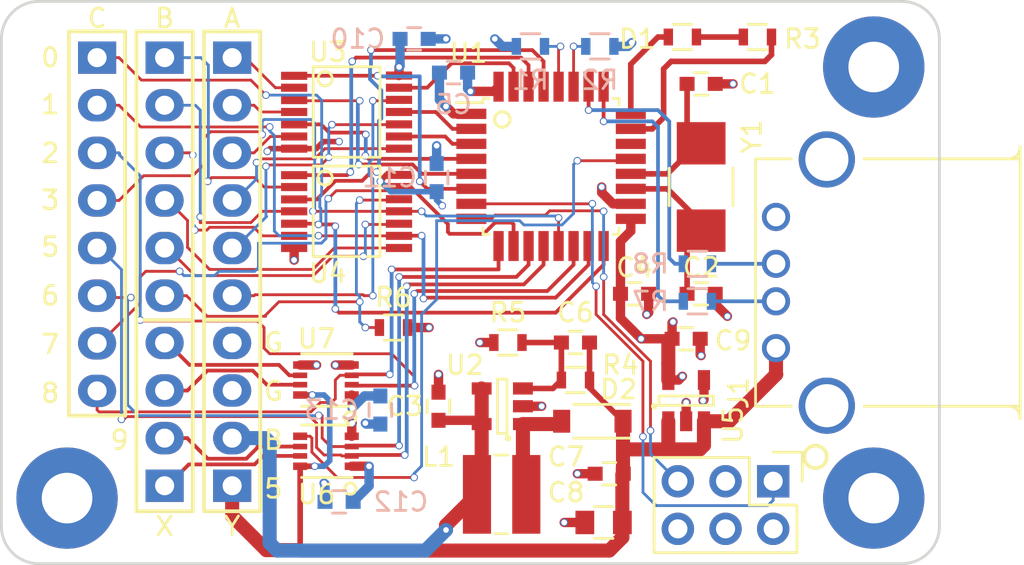
<source format=kicad_pcb>
(kicad_pcb (version 4) (host pcbnew 4.0.2-stable)
  (title_block (title "KBUS Receiver") (date 2016-11-16) (comment 1 "with optional voltage boost") (comment 2 "Generic KBUS receiver"))
  (layers (0 F.Cu signal) (1 GND.Cu signal hide) (2 PWR.Cu signal hide) (31 B.Cu signal) (34 B.Paste user hide) (35 F.Paste user hide) (36 B.SilkS user) (37 F.SilkS user) (38 B.Mask user hide) (39 F.Mask user hide) (44 Edge.Cuts user))
  (net 0 "")
  (net 1 "Net-(C1-Pad1)")
  (net 2 GND)
  (net 3 "Net-(C2-Pad1)")
  (net 4 /BOOST_IN)
  (net 5 +3V3)
  (net 6 +5V)
  (net 7 "Net-(C6-Pad2)")
  (net 8 "Net-(D1-Pad1)")
  (net 9 "Net-(D1-Pad2)")
  (net 10 "Net-(D2-Pad2)")
  (net 11 /KBUS_RX)
  (net 12 /KBUS_TX)
  (net 13 "Net-(J2-Pad1)")
  (net 14 "Net-(J2-Pad5)")
  (net 15 /C0)
  (net 16 /C1)
  (net 17 /C2)
  (net 18 /C3)
  (net 19 /C4)
  (net 20 /C5)
  (net 21 /C6)
  (net 22 /C7)
  (net 23 "Net-(J4-Pad1)")
  (net 24 "Net-(J4-Pad2)")
  (net 25 "Net-(J4-Pad3)")
  (net 26 "Net-(J4-Pad4)")
  (net 27 "Net-(J4-Pad5)")
  (net 28 "Net-(J4-Pad6)")
  (net 29 "Net-(J5-Pad1)")
  (net 30 "Net-(J5-Pad2)")
  (net 31 "Net-(J5-Pad3)")
  (net 32 "Net-(J5-Pad4)")
  (net 33 "Net-(J5-Pad5)")
  (net 34 "Net-(J5-Pad6)")
  (net 35 "Net-(J6-Pad1)")
  (net 36 "Net-(J6-Pad2)")
  (net 37 "Net-(J6-Pad3)")
  (net 38 "Net-(J6-Pad4)")
  (net 39 /OPT1)
  (net 40 /OPT2)
  (net 41 "Net-(R3-Pad1)")
  (net 42 /A4)
  (net 43 /A3)
  (net 44 /A2)
  (net 45 /A1)
  (net 46 /A0)
  (net 47 /DIR)
  (net 48 /A7)
  (net 49 /A6)
  (net 50 /A5)
  (net 51 "Net-(J1-Pad3)")
  (net 52 "Net-(J1-Pad2)")
  (module Pin_Headers:Pin_Header_Straight_1x06 (layer F.Cu) (at 79.3 66)
    (fp_text reference J4 hide)
    (fp_text value CONN_01X06)
    (pad 1 thru_hole rect (at 0 0) (size 2.032 1.7272) (drill 1.016) (layers *.Cu *.Mask) (net 23 "Net-(J4-Pad1)"))
    (pad 2 thru_hole oval (at 0 2.54) (size 2.032 1.7272) (drill 1.016) (layers *.Cu *.Mask) (net 24 "Net-(J4-Pad2)"))
    (pad 3 thru_hole oval (at 0 5.08) (size 2.032 1.7272) (drill 1.016) (layers *.Cu *.Mask) (net 25 "Net-(J4-Pad3)"))
    (pad 4 thru_hole oval (at 0 7.62) (size 2.032 1.7272) (drill 1.016) (layers *.Cu *.Mask) (net 26 "Net-(J4-Pad4)"))
    (pad 5 thru_hole oval (at 0 10.16) (size 2.032 1.7272) (drill 1.016) (layers *.Cu *.Mask) (net 27 "Net-(J4-Pad5)"))
    (pad 6 thru_hole oval (at 0 12.7) (size 2.032 1.7272) (drill 1.016) (layers *.Cu *.Mask) (net 28 "Net-(J4-Pad6)"))
  )
  (module Pin_Headers:Pin_Header_Straight_1x06 (layer F.Cu) (at 75.7 66)
    (fp_text reference J5 hide)
    (fp_text value CONN_01X06)
    (pad 1 thru_hole rect (at 0 0) (size 2.032 1.7272) (drill 1.016) (layers *.Cu *.Mask) (net 29 "Net-(J5-Pad1)"))
    (pad 2 thru_hole oval (at 0 2.54) (size 2.032 1.7272) (drill 1.016) (layers *.Cu *.Mask) (net 30 "Net-(J5-Pad2)"))
    (pad 3 thru_hole oval (at 0 5.08) (size 2.032 1.7272) (drill 1.016) (layers *.Cu *.Mask) (net 31 "Net-(J5-Pad3)"))
    (pad 4 thru_hole oval (at 0 7.62) (size 2.032 1.7272) (drill 1.016) (layers *.Cu *.Mask) (net 32 "Net-(J5-Pad4)"))
    (pad 5 thru_hole oval (at 0 10.16) (size 2.032 1.7272) (drill 1.016) (layers *.Cu *.Mask) (net 33 "Net-(J5-Pad5)"))
    (pad 6 thru_hole oval (at 0 12.7) (size 2.032 1.7272) (drill 1.016) (layers *.Cu *.Mask) (net 34 "Net-(J5-Pad6)"))
  )
  (module Pin_Headers:Pin_Header_Straight_1x08 (layer F.Cu) (at 72.1 66)
    (fp_text reference J3 hide)
    (fp_text value CONN_01X08)
    (pad 1 thru_hole rect (at 0 0) (size 2.032 1.7272) (drill 1.016) (layers *.Cu *.Mask) (net 15 /C0))
    (pad 2 thru_hole oval (at 0 2.54) (size 2.032 1.7272) (drill 1.016) (layers *.Cu *.Mask) (net 16 /C1))
    (pad 3 thru_hole oval (at 0 5.08) (size 2.032 1.7272) (drill 1.016) (layers *.Cu *.Mask) (net 17 /C2))
    (pad 4 thru_hole oval (at 0 7.62) (size 2.032 1.7272) (drill 1.016) (layers *.Cu *.Mask) (net 18 /C3))
    (pad 5 thru_hole oval (at 0 10.16) (size 2.032 1.7272) (drill 1.016) (layers *.Cu *.Mask) (net 19 /C4))
    (pad 6 thru_hole oval (at 0 12.7) (size 2.032 1.7272) (drill 1.016) (layers *.Cu *.Mask) (net 20 /C5))
    (pad 7 thru_hole oval (at 0 15.24) (size 2.032 1.7272) (drill 1.016) (layers *.Cu *.Mask) (net 21 /C6))
    (pad 8 thru_hole oval (at 0 17.78) (size 2.032 1.7272) (drill 1.016) (layers *.Cu *.Mask) (net 22 /C7))
  )
  (module Pin_Headers:Pin_Header_Straight_1x04 (layer F.Cu) (at 79.3 88.84 180)
    (fp_text reference J7 hide)
    (fp_text value CONN_01X04)
    (pad 1 thru_hole rect (at 0 0 180) (size 2.032 1.7272) (drill 1.016) (layers *.Cu *.Mask) (net 6 +5V))
    (pad 2 thru_hole oval (at 0 2.54 180) (size 2.032 1.7272) (drill 1.016) (layers *.Cu *.Mask) (net 4 /BOOST_IN))
    (pad 3 thru_hole oval (at 0 5.08 180) (size 2.032 1.7272) (drill 1.016) (layers *.Cu *.Mask) (net 2 GND))
    (pad 4 thru_hole oval (at 0 7.62 180) (size 2.032 1.7272) (drill 1.016) (layers *.Cu *.Mask) (net 2 GND))
  )
  (module Pin_Headers:Pin_Header_Straight_1x04 (layer F.Cu) (at 75.7 88.84 180)
    (fp_text reference J6 hide)
    (fp_text value CONN_01X04)
    (pad 1 thru_hole rect (at 0 0 180) (size 2.032 1.7272) (drill 1.016) (layers *.Cu *.Mask) (net 35 "Net-(J6-Pad1)"))
    (pad 2 thru_hole oval (at 0 2.54 180) (size 2.032 1.7272) (drill 1.016) (layers *.Cu *.Mask) (net 36 "Net-(J6-Pad2)"))
    (pad 3 thru_hole oval (at 0 5.08 180) (size 2.032 1.7272) (drill 1.016) (layers *.Cu *.Mask) (net 37 "Net-(J6-Pad3)"))
    (pad 4 thru_hole oval (at 0 7.62 180) (size 2.032 1.7272) (drill 1.016) (layers *.Cu *.Mask) (net 38 "Net-(J6-Pad4)"))
  )
  (module SMD_Packages:SSOP-14 (layer F.Cu) (at 85.4 68.9 270)
    (fp_text reference U3 (at -3.2 1 360) (layer F.SilkS))
    (fp_text value SN74LV07A)
    (pad 1 smd rect (at -1.9304 2.794 270) (size 0.4318 1.397) (layers F.Cu F.Paste F.Mask) (net 46 /A0))
    (pad 2 smd rect (at -1.2954 2.794 270) (size 0.4318 1.397) (layers F.Cu F.Paste F.Mask) (net 23 "Net-(J4-Pad1)"))
    (pad 3 smd rect (at -0.635 2.794 270) (size 0.4318 1.397) (layers F.Cu F.Paste F.Mask) (net 45 /A1))
    (pad 4 smd rect (at 0 2.794 270) (size 0.4318 1.397) (layers F.Cu F.Paste F.Mask) (net 24 "Net-(J4-Pad2)"))
    (pad 5 smd rect (at 0.6604 2.794 270) (size 0.4318 1.397) (layers F.Cu F.Paste F.Mask) (net 44 /A2))
    (pad 6 smd rect (at 1.3081 2.794 270) (size 0.4318 1.397) (layers F.Cu F.Paste F.Mask) (net 25 "Net-(J4-Pad3)"))
    (pad 7 smd rect (at 1.9558 2.794 270) (size 0.4318 1.397) (layers F.Cu F.Paste F.Mask) (net 2 GND))
    (pad 8 smd rect (at 1.9558 -2.794 270) (size 0.4318 1.397) (layers F.Cu F.Paste F.Mask) (net 26 "Net-(J4-Pad4)"))
    (pad 9 smd rect (at 1.3081 -2.794 270) (size 0.4318 1.397) (layers F.Cu F.Paste F.Mask) (net 43 /A3))
    (pad 10 smd rect (at 0.6604 -2.794 270) (size 0.4318 1.397) (layers F.Cu F.Paste F.Mask) (net 27 "Net-(J4-Pad5)"))
    (pad 11 smd rect (at 0 -2.794 270) (size 0.4318 1.397) (layers F.Cu F.Paste F.Mask) (net 42 /A4))
    (pad 12 smd rect (at -0.6477 -2.794 270) (size 0.4318 1.397) (layers F.Cu F.Paste F.Mask) (net 28 "Net-(J4-Pad6)"))
    (pad 13 smd rect (at -1.2954 -2.794 270) (size 0.4318 1.397) (layers F.Cu F.Paste F.Mask) (net 50 /A5))
    (pad 14 smd rect (at -1.9431 -2.794 270) (size 0.4318 1.397) (layers F.Cu F.Paste F.Mask) (net 5 +3V3))
  )
  (module SMD_Packages:SSOP-14 (layer F.Cu) (at 85.4 74.2 270)
    (fp_text reference U4 (at 3.3 1 360) (layer F.SilkS))
    (fp_text value SN74LV07A)
    (pad 1 smd rect (at -1.9304 2.794 270) (size 0.4318 1.397) (layers F.Cu F.Paste F.Mask) (net 49 /A6))
    (pad 2 smd rect (at -1.2954 2.794 270) (size 0.4318 1.397) (layers F.Cu F.Paste F.Mask) (net 29 "Net-(J5-Pad1)"))
    (pad 3 smd rect (at -0.635 2.794 270) (size 0.4318 1.397) (layers F.Cu F.Paste F.Mask) (net 48 /A7))
    (pad 4 smd rect (at 0 2.794 270) (size 0.4318 1.397) (layers F.Cu F.Paste F.Mask) (net 30 "Net-(J5-Pad2)"))
    (pad 5 smd rect (at 0.6604 2.794 270) (size 0.4318 1.397) (layers F.Cu F.Paste F.Mask) (net 15 /C0))
    (pad 6 smd rect (at 1.3081 2.794 270) (size 0.4318 1.397) (layers F.Cu F.Paste F.Mask) (net 31 "Net-(J5-Pad3)"))
    (pad 7 smd rect (at 1.9558 2.794 270) (size 0.4318 1.397) (layers F.Cu F.Paste F.Mask) (net 2 GND))
    (pad 8 smd rect (at 1.9558 -2.794 270) (size 0.4318 1.397) (layers F.Cu F.Paste F.Mask) (net 32 "Net-(J5-Pad4)"))
    (pad 9 smd rect (at 1.3081 -2.794 270) (size 0.4318 1.397) (layers F.Cu F.Paste F.Mask) (net 16 /C1))
    (pad 10 smd rect (at 0.6604 -2.794 270) (size 0.4318 1.397) (layers F.Cu F.Paste F.Mask) (net 33 "Net-(J5-Pad5)"))
    (pad 11 smd rect (at 0 -2.794 270) (size 0.4318 1.397) (layers F.Cu F.Paste F.Mask) (net 18 /C3))
    (pad 12 smd rect (at -0.6477 -2.794 270) (size 0.4318 1.397) (layers F.Cu F.Paste F.Mask) (net 34 "Net-(J5-Pad6)"))
    (pad 13 smd rect (at -1.2954 -2.794 270) (size 0.4318 1.397) (layers F.Cu F.Paste F.Mask) (net 21 /C6))
    (pad 14 smd rect (at -1.9431 -2.794 270) (size 0.4318 1.397) (layers F.Cu F.Paste F.Mask) (net 5 +3V3))
  )
  (module Pin_Headers:Pin_Header_Straight_2x03 (layer F.Cu) (at 108.14 88.6 270)
    (fp_text reference J2 hide)
    (fp_text value AVR-PDI-6A)
    (pad 1 thru_hole rect (at 0 0 270) (size 1.7272 1.7272) (drill 1.016) (layers *.Cu *.Mask) (net 13 "Net-(J2-Pad1)"))
    (pad 2 thru_hole oval (at 2.54 0 270) (size 1.7272 1.7272) (drill 1.016) (layers *.Cu *.Mask) (net 5 +3V3))
    (pad 3 thru_hole oval (at 0 2.54 270) (size 1.7272 1.7272) (drill 1.016) (layers *.Cu *.Mask))
    (pad 4 thru_hole oval (at 2.54 2.54 270) (size 1.7272 1.7272) (drill 1.016) (layers *.Cu *.Mask))
    (pad 5 thru_hole oval (at 0 5.08 270) (size 1.7272 1.7272) (drill 1.016) (layers *.Cu *.Mask) (net 14 "Net-(J2-Pad5)"))
    (pad 6 thru_hole oval (at 2.54 5.08 270) (size 1.7272 1.7272) (drill 1.016) (layers *.Cu *.Mask) (net 2 GND))
  )
  (module kuro:VSSOP8_SOT765-1 (layer F.Cu) (at 84.3 83.2 90)
    (fp_text reference U7 (at 2.2 -0.5 180) (layer F.SilkS))
    (fp_text value 74LVC2T45 hide)
    (pad 1 smd rect (at -0.8 1.375 90) (size 0.4 0.75) (layers F.Cu F.Paste F.Mask) (net 5 +3V3))
    (pad 2 smd rect (at -0.25 1.375 90) (size 0.3 0.75) (layers F.Cu F.Paste F.Mask) (net 17 /C2))
    (pad 3 smd rect (at 0.25 1.375 90) (size 0.3 0.75) (layers F.Cu F.Paste F.Mask) (net 22 /C7))
    (pad 4 smd rect (at 0.8 1.375 90) (size 0.4 0.75) (layers F.Cu F.Paste F.Mask) (net 2 GND))
    (pad 8 smd rect (at -0.8 -1.375 90) (size 0.4 0.75) (layers F.Cu F.Paste F.Mask) (net 6 +5V))
    (pad 6 smd rect (at 0.25 -1.375 90) (size 0.3 0.75) (layers F.Cu F.Paste F.Mask) (net 38 "Net-(J6-Pad4)"))
    (pad 7 smd rect (at -0.25 -1.375 90) (size 0.3 0.75) (layers F.Cu F.Paste F.Mask) (net 37 "Net-(J6-Pad3)"))
    (pad 5 smd rect (at 0.8 -1.375 90) (size 0.4 0.75) (layers F.Cu F.Paste F.Mask) (net 2 GND))
  )
  (module Capacitors_SMD:C_0603 (layer F.Cu) (at 104.3 67.4)
    (fp_text reference C1 (at 3 0) (layer F.SilkS))
    (fp_text value 22p)
    (pad 1 smd rect (at -0.75 0) (size 0.8 0.75) (layers F.Cu F.Paste F.Mask) (net 1 "Net-(C1-Pad1)"))
    (pad 2 smd rect (at 0.75 0) (size 0.8 0.75) (layers F.Cu F.Paste F.Mask) (net 2 GND))
  )
  (module Capacitors_SMD:C_0603 (layer F.Cu) (at 104.3 78.6)
    (fp_text reference C2 (at 0 -1.4) (layer F.SilkS))
    (fp_text value 22p)
    (pad 1 smd rect (at -0.75 0) (size 0.8 0.75) (layers F.Cu F.Paste F.Mask) (net 3 "Net-(C2-Pad1)"))
    (pad 2 smd rect (at 0.75 0) (size 0.8 0.75) (layers F.Cu F.Paste F.Mask) (net 2 GND))
  )
  (module Capacitors_SMD:C_0603 (layer F.Cu) (at 90.3 84.6 90)
    (fp_text reference C3 (at 0 -1.8 180) (layer F.SilkS))
    (fp_text value 4.7u)
    (pad 1 smd rect (at -0.75 0 90) (size 0.8 0.75) (layers F.Cu F.Paste F.Mask) (net 4 /BOOST_IN))
    (pad 2 smd rect (at 0.75 0 90) (size 0.8 0.75) (layers F.Cu F.Paste F.Mask) (net 2 GND))
  )
  (module Capacitors_SMD:C_0603 (layer F.Cu) (at 100.75 78.6)
    (fp_text reference C4 (at 0 -1.4) (layer F.SilkS))
    (fp_text value 100n)
    (pad 1 smd rect (at -0.75 0) (size 0.8 0.75) (layers F.Cu F.Paste F.Mask) (net 5 +3V3))
    (pad 2 smd rect (at 0.75 0) (size 0.8 0.75) (layers F.Cu F.Paste F.Mask) (net 2 GND))
  )
  (module Capacitors_SMD:C_0603 (layer B.Cu) (at 91.1 66.8 180)
    (fp_text reference C5 (at 0 -1.7 180) (layer B.SilkS) (effects (justify mirror)))
    (fp_text value 100n)
    (pad 1 smd rect (at -0.75 0 180) (size 0.8 0.75) (layers B.Cu B.Paste B.Mask) (net 5 +3V3))
    (pad 2 smd rect (at 0.75 0 180) (size 0.8 0.75) (layers B.Cu B.Paste B.Mask) (net 2 GND))
  )
  (module Capacitors_SMD:C_0603 (layer F.Cu) (at 97.6 81.2 180)
    (fp_text reference C6 (at 0 1.6 180) (layer F.SilkS))
    (fp_text value 680p)
    (pad 1 smd rect (at -0.75 0 180) (size 0.8 0.75) (layers F.Cu F.Paste F.Mask) (net 6 +5V))
    (pad 2 smd rect (at 0.75 0 180) (size 0.8 0.75) (layers F.Cu F.Paste F.Mask) (net 7 "Net-(C6-Pad2)"))
  )
  (module Capacitors_SMD:C_0603 (layer F.Cu) (at 99.4 88.2 180)
    (fp_text reference C7 (at 2.3 0.9 180) (layer F.SilkS))
    (fp_text value 10u)
    (pad 1 smd rect (at -0.75 0 180) (size 0.8 0.75) (layers F.Cu F.Paste F.Mask) (net 6 +5V))
    (pad 2 smd rect (at 0.75 0 180) (size 0.8 0.75) (layers F.Cu F.Paste F.Mask) (net 2 GND))
  )
  (module Capacitors_SMD:C_0805 (layer F.Cu) (at 99.1 90.8 180)
    (fp_text reference C8 (at 2 1.6 180) (layer F.SilkS))
    (fp_text value 10u)
    (pad 1 smd rect (at -1 0 180) (size 1 1.25) (layers F.Cu F.Paste F.Mask) (net 6 +5V))
    (pad 2 smd rect (at 1 0 180) (size 1 1.25) (layers F.Cu F.Paste F.Mask) (net 2 GND))
  )
  (module Capacitors_SMD:C_0603 (layer F.Cu) (at 103.5 81)
    (fp_text reference C9 (at 2.5 0.1) (layer F.SilkS))
    (fp_text value 10u)
    (pad 1 smd rect (at -0.75 0) (size 0.8 0.75) (layers F.Cu F.Paste F.Mask) (net 5 +3V3))
    (pad 2 smd rect (at 0.75 0) (size 0.8 0.75) (layers F.Cu F.Paste F.Mask) (net 2 GND))
  )
  (module Capacitors_SMD:C_0603 (layer B.Cu) (at 89 65)
    (fp_text reference C10 (at -3 0) (layer B.SilkS) (effects (justify mirror)))
    (fp_text value 100n)
    (pad 1 smd rect (at -0.75 0) (size 0.8 0.75) (layers B.Cu B.Paste B.Mask) (net 5 +3V3))
    (pad 2 smd rect (at 0.75 0) (size 0.8 0.75) (layers B.Cu B.Paste B.Mask) (net 2 GND))
  )
  (module Capacitors_SMD:C_0603 (layer B.Cu) (at 90.2 72.4 90)
    (fp_text reference C11 (at 0 -2.5 180) (layer B.SilkS) (effects (justify mirror)))
    (fp_text value 100n)
    (pad 1 smd rect (at -0.75 0 90) (size 0.8 0.75) (layers B.Cu B.Paste B.Mask) (net 5 +3V3))
    (pad 2 smd rect (at 0.75 0 90) (size 0.8 0.75) (layers B.Cu B.Paste B.Mask) (net 2 GND))
  )
  (module Capacitors_SMD:C_0603 (layer B.Cu) (at 85 89.7 180)
    (fp_text reference C12 (at -3.3 0 180) (layer B.SilkS) (effects (justify mirror)))
    (fp_text value 100n)
    (pad 1 smd rect (at -0.75 0 180) (size 0.8 0.75) (layers B.Cu B.Paste B.Mask) (net 5 +3V3))
    (pad 2 smd rect (at 0.75 0 180) (size 0.8 0.75) (layers B.Cu B.Paste B.Mask) (net 2 GND))
  )
  (module Capacitors_SMD:C_0603 (layer B.Cu) (at 87.2 84.8 270)
    (fp_text reference C13 (at 0 2.6 360) (layer B.SilkS) (effects (justify mirror)))
    (fp_text value 100n)
    (pad 1 smd rect (at -0.75 0 270) (size 0.8 0.75) (layers B.Cu B.Paste B.Mask) (net 5 +3V3))
    (pad 2 smd rect (at 0.75 0 270) (size 0.8 0.75) (layers B.Cu B.Paste B.Mask) (net 2 GND))
  )
  (module Resistors_SMD:R_0603 (layer F.Cu) (at 103.3 64.9)
    (fp_text reference D1 (at -2.4 0.1) (layer F.SilkS))
    (fp_text value LED)
    (pad 1 smd rect (at -0.75 0) (size 0.5 0.9) (layers F.Cu F.Paste F.Mask) (net 8 "Net-(D1-Pad1)"))
    (pad 2 smd rect (at 0.75 0) (size 0.5 0.9) (layers F.Cu F.Paste F.Mask) (net 9 "Net-(D1-Pad2)"))
  )
  (module Diodes_SMD:SOD-123 (layer F.Cu) (at 98.5 85.4 180)
    (fp_text reference D2 (at -1.4 1.7 180) (layer F.SilkS))
    (fp_text value MBR0520LT1G)
    (pad 1 smd rect (at -1.635 0 180) (size 0.91 1.22) (layers F.Cu F.Paste F.Mask) (net 6 +5V))
    (pad 2 smd rect (at 1.635 0 180) (size 0.91 1.22) (layers F.Cu F.Paste F.Mask) (net 10 "Net-(D2-Pad2)"))
  )
  (module kuro:USB_A_multicomp (layer F.Cu) (at 111 78 90)
    (fp_text reference J1 (at -5.9 -4.7 90) (layer F.SilkS))
    (fp_text value KBUS)
    (pad 4 thru_hole circle (at 3.5 -2.71) (size 1.50114 1.50114) (drill 1) (layers *.Cu *.Mask) (net 2 GND))
    (pad 3 thru_hole circle (at 1 -2.71) (size 1.50114 1.50114) (drill 1) (layers *.Cu *.Mask) (net 51 "Net-(J1-Pad3)"))
    (pad 2 thru_hole circle (at -1 -2.71) (size 1.50114 1.50114) (drill 1) (layers *.Cu *.Mask) (net 52 "Net-(J1-Pad2)"))
    (pad 1 thru_hole circle (at -3.5 -2.71) (size 1.50114 1.50114) (drill 1) (layers *.Cu *.Mask) (net 6 +5V))
    (pad 5 thru_hole circle (at 6.57 0) (size 2.99974 2.99974) (drill 2.3) (layers *.Cu *.Mask) (net 2 GND))
    (pad 5 thru_hole circle (at -6.57 0) (size 2.99974 2.99974) (drill 2.3) (layers *.Cu *.Mask) (net 2 GND))
  )
  (module kuro:SRN4012TA (layer F.Cu) (at 93.7 89.3)
    (fp_text reference L1 (at -3.4 -2) (layer F.SilkS))
    (fp_text value 6.8u hide)
    (pad 1 smd rect (at -1.35 0) (size 1.5 4.2) (layers F.Cu F.Paste F.Mask) (net 4 /BOOST_IN))
    (pad 2 smd rect (at 1.28 0) (size 1.5 4.2) (layers F.Cu F.Paste F.Mask) (net 10 "Net-(D2-Pad2)"))
  )
  (module Resistors_SMD:R_0603 (layer B.Cu) (at 95.2 65.4 180)
    (fp_text reference R1 (at 0 -1.8 180) (layer B.SilkS) (effects (justify mirror)))
    (fp_text value 680)
    (pad 1 smd rect (at -0.75 0 180) (size 0.5 0.9) (layers B.Cu B.Paste B.Mask) (net 39 /OPT1))
    (pad 2 smd rect (at 0.75 0 180) (size 0.5 0.9) (layers B.Cu B.Paste B.Mask) (net 2 GND))
  )
  (module Resistors_SMD:R_0603 (layer B.Cu) (at 98.9 65.4)
    (fp_text reference R2 (at 0 1.8) (layer B.SilkS) (effects (justify mirror)))
    (fp_text value 680)
    (pad 1 smd rect (at -0.75 0) (size 0.5 0.9) (layers B.Cu B.Paste B.Mask) (net 40 /OPT2))
    (pad 2 smd rect (at 0.75 0) (size 0.5 0.9) (layers B.Cu B.Paste B.Mask) (net 2 GND))
  )
  (module Resistors_SMD:R_0603 (layer F.Cu) (at 107.3 64.9 180)
    (fp_text reference R3 (at -2.4 -0.1 180) (layer F.SilkS))
    (fp_text value 680)
    (pad 1 smd rect (at -0.75 0 180) (size 0.5 0.9) (layers F.Cu F.Paste F.Mask) (net 41 "Net-(R3-Pad1)"))
    (pad 2 smd rect (at 0.75 0 180) (size 0.5 0.9) (layers F.Cu F.Paste F.Mask) (net 9 "Net-(D1-Pad2)"))
  )
  (module Resistors_SMD:R_0603 (layer F.Cu) (at 97.6 83.2 180)
    (fp_text reference R4 (at -2.4 0.8 180) (layer F.SilkS))
    (fp_text value 47k)
    (pad 1 smd rect (at -0.75 0 180) (size 0.5 0.9) (layers F.Cu F.Paste F.Mask) (net 6 +5V))
    (pad 2 smd rect (at 0.75 0 180) (size 0.5 0.9) (layers F.Cu F.Paste F.Mask) (net 7 "Net-(C6-Pad2)"))
  )
  (module Resistors_SMD:R_0603 (layer F.Cu) (at 94 81.2 180)
    (fp_text reference R5 (at 0 1.6 180) (layer F.SilkS))
    (fp_text value 15k)
    (pad 1 smd rect (at -0.75 0 180) (size 0.5 0.9) (layers F.Cu F.Paste F.Mask) (net 7 "Net-(C6-Pad2)"))
    (pad 2 smd rect (at 0.75 0 180) (size 0.5 0.9) (layers F.Cu F.Paste F.Mask) (net 2 GND))
  )
  (module Resistors_SMD:R_0603 (layer F.Cu) (at 87.9 80.4)
    (fp_text reference R6 (at 0 -1.6) (layer F.SilkS))
    (fp_text value 2k2)
    (pad 1 smd rect (at -0.75 0) (size 0.5 0.9) (layers F.Cu F.Paste F.Mask) (net 34 "Net-(J5-Pad6)"))
    (pad 2 smd rect (at 0.75 0) (size 0.5 0.9) (layers F.Cu F.Paste F.Mask) (net 5 +3V3))
  )
  (module Housings_QFP:TQFP-32_7x7mm_Pitch0.8mm (layer F.Cu) (at 96.3 71.8)
    (fp_text reference U1 (at -4.4 -6.05) (layer F.SilkS))
    (fp_text value ATXMEGA32E5-A)
    (pad 1 smd rect (at -4.25 -2.8) (size 1.6 0.55) (layers F.Cu F.Paste F.Mask) (net 2 GND))
    (pad 2 smd rect (at -4.25 -2) (size 1.6 0.55) (layers F.Cu F.Paste F.Mask) (net 42 /A4))
    (pad 3 smd rect (at -4.25 -1.2) (size 1.6 0.55) (layers F.Cu F.Paste F.Mask) (net 43 /A3))
    (pad 4 smd rect (at -4.25 -0.4) (size 1.6 0.55) (layers F.Cu F.Paste F.Mask) (net 44 /A2))
    (pad 5 smd rect (at -4.25 0.4) (size 1.6 0.55) (layers F.Cu F.Paste F.Mask) (net 45 /A1))
    (pad 6 smd rect (at -4.25 1.2) (size 1.6 0.55) (layers F.Cu F.Paste F.Mask) (net 46 /A0))
    (pad 7 smd rect (at -4.25 2) (size 1.6 0.55) (layers F.Cu F.Paste F.Mask) (net 13 "Net-(J2-Pad1)"))
    (pad 8 smd rect (at -4.25 2.8) (size 1.6 0.55) (layers F.Cu F.Paste F.Mask) (net 14 "Net-(J2-Pad5)"))
    (pad 9 smd rect (at -2.8 4.25 90) (size 1.6 0.55) (layers F.Cu F.Paste F.Mask) (net 22 /C7))
    (pad 10 smd rect (at -2 4.25 90) (size 1.6 0.55) (layers F.Cu F.Paste F.Mask) (net 21 /C6))
    (pad 11 smd rect (at -1.2 4.25 90) (size 1.6 0.55) (layers F.Cu F.Paste F.Mask) (net 20 /C5))
    (pad 12 smd rect (at -0.4 4.25 90) (size 1.6 0.55) (layers F.Cu F.Paste F.Mask) (net 19 /C4))
    (pad 13 smd rect (at 0.4 4.25 90) (size 1.6 0.55) (layers F.Cu F.Paste F.Mask) (net 18 /C3))
    (pad 14 smd rect (at 1.2 4.25 90) (size 1.6 0.55) (layers F.Cu F.Paste F.Mask) (net 17 /C2))
    (pad 15 smd rect (at 2 4.25 90) (size 1.6 0.55) (layers F.Cu F.Paste F.Mask) (net 16 /C1))
    (pad 16 smd rect (at 2.8 4.25 90) (size 1.6 0.55) (layers F.Cu F.Paste F.Mask) (net 15 /C0))
    (pad 17 smd rect (at 4.25 2.8) (size 1.6 0.55) (layers F.Cu F.Paste F.Mask) (net 5 +3V3))
    (pad 18 smd rect (at 4.25 2) (size 1.6 0.55) (layers F.Cu F.Paste F.Mask) (net 2 GND))
    (pad 19 smd rect (at 4.25 1.2) (size 1.6 0.55) (layers F.Cu F.Paste F.Mask) (net 3 "Net-(C2-Pad1)"))
    (pad 20 smd rect (at 4.25 0.4) (size 1.6 0.55) (layers F.Cu F.Paste F.Mask) (net 1 "Net-(C1-Pad1)"))
    (pad 21 smd rect (at 4.25 -0.4) (size 1.6 0.55) (layers F.Cu F.Paste F.Mask) (net 47 /DIR))
    (pad 22 smd rect (at 4.25 -1.2) (size 1.6 0.55) (layers F.Cu F.Paste F.Mask))
    (pad 23 smd rect (at 4.25 -2) (size 1.6 0.55) (layers F.Cu F.Paste F.Mask) (net 41 "Net-(R3-Pad1)"))
    (pad 24 smd rect (at 4.25 -2.8) (size 1.6 0.55) (layers F.Cu F.Paste F.Mask) (net 8 "Net-(D1-Pad1)"))
    (pad 25 smd rect (at 2.8 -4.25 90) (size 1.6 0.55) (layers F.Cu F.Paste F.Mask) (net 12 /KBUS_TX))
    (pad 26 smd rect (at 2 -4.25 90) (size 1.6 0.55) (layers F.Cu F.Paste F.Mask) (net 11 /KBUS_RX))
    (pad 27 smd rect (at 1.2 -4.25 90) (size 1.6 0.55) (layers F.Cu F.Paste F.Mask) (net 40 /OPT2))
    (pad 28 smd rect (at 0.4 -4.25 90) (size 1.6 0.55) (layers F.Cu F.Paste F.Mask) (net 39 /OPT1))
    (pad 29 smd rect (at -0.4 -4.25 90) (size 1.6 0.55) (layers F.Cu F.Paste F.Mask) (net 48 /A7))
    (pad 30 smd rect (at -1.2 -4.25 90) (size 1.6 0.55) (layers F.Cu F.Paste F.Mask) (net 49 /A6))
    (pad 31 smd rect (at -2 -4.25 90) (size 1.6 0.55) (layers F.Cu F.Paste F.Mask) (net 50 /A5))
    (pad 32 smd rect (at -2.8 -4.25 90) (size 1.6 0.55) (layers F.Cu F.Paste F.Mask) (net 5 +3V3))
  )
  (module TO_SOT_Packages_SMD:SOT-23-5 (layer F.Cu) (at 93.7 84.6 180)
    (fp_text reference U2 (at 2 2.2 180) (layer F.SilkS))
    (fp_text value LM2731)
    (pad 1 smd rect (at -1.1 -0.95 180) (size 1.06 0.65) (layers F.Cu F.Paste F.Mask) (net 10 "Net-(D2-Pad2)"))
    (pad 2 smd rect (at -1.1 0 180) (size 1.06 0.65) (layers F.Cu F.Paste F.Mask) (net 2 GND))
    (pad 3 smd rect (at -1.1 0.95 180) (size 1.06 0.65) (layers F.Cu F.Paste F.Mask) (net 7 "Net-(C6-Pad2)"))
    (pad 4 smd rect (at 1.1 0.95 180) (size 1.06 0.65) (layers F.Cu F.Paste F.Mask) (net 4 /BOOST_IN))
    (pad 5 smd rect (at 1.1 -0.95 180) (size 1.06 0.65) (layers F.Cu F.Paste F.Mask) (net 4 /BOOST_IN))
  )
  (module TO_SOT_Packages_SMD:SOT-23-5 (layer F.Cu) (at 103.5 84.3 90)
    (fp_text reference U5 (at -1.3 2.5 270) (layer F.SilkS))
    (fp_text value TPS78233)
    (pad 1 smd rect (at -1.1 -0.95 90) (size 1.06 0.65) (layers F.Cu F.Paste F.Mask) (net 6 +5V))
    (pad 2 smd rect (at -1.1 0 90) (size 1.06 0.65) (layers F.Cu F.Paste F.Mask) (net 2 GND))
    (pad 3 smd rect (at -1.1 0.95 90) (size 1.06 0.65) (layers F.Cu F.Paste F.Mask) (net 6 +5V))
    (pad 4 smd rect (at 1.1 0.95 90) (size 1.06 0.65) (layers F.Cu F.Paste F.Mask) (net 2 GND))
    (pad 5 smd rect (at 1.1 -0.95 90) (size 1.06 0.65) (layers F.Cu F.Paste F.Mask) (net 5 +3V3))
  )
  (module kuro:VSSOP8_SOT765-1 (layer F.Cu) (at 84.3 87 90)
    (fp_text reference U6 (at -2.3 -0.5 180) (layer F.SilkS))
    (fp_text value 74LVC2T45 hide)
    (pad 1 smd rect (at -0.8 1.375 90) (size 0.4 0.75) (layers F.Cu F.Paste F.Mask) (net 5 +3V3))
    (pad 2 smd rect (at -0.25 1.375 90) (size 0.3 0.75) (layers F.Cu F.Paste F.Mask) (net 19 /C4))
    (pad 3 smd rect (at 0.25 1.375 90) (size 0.3 0.75) (layers F.Cu F.Paste F.Mask) (net 20 /C5))
    (pad 4 smd rect (at 0.8 1.375 90) (size 0.4 0.75) (layers F.Cu F.Paste F.Mask) (net 2 GND))
    (pad 8 smd rect (at -0.8 -1.375 90) (size 0.4 0.75) (layers F.Cu F.Paste F.Mask) (net 6 +5V))
    (pad 6 smd rect (at 0.25 -1.375 90) (size 0.3 0.75) (layers F.Cu F.Paste F.Mask) (net 36 "Net-(J6-Pad2)"))
    (pad 7 smd rect (at -0.25 -1.375 90) (size 0.3 0.75) (layers F.Cu F.Paste F.Mask) (net 35 "Net-(J6-Pad1)"))
    (pad 5 smd rect (at 0.8 -1.375 90) (size 0.4 0.75) (layers F.Cu F.Paste F.Mask) (net 47 /DIR))
  )
  (module kuro:SMD_Crystal_Multi_QC6CB_7A_ABM7 (layer F.Cu) (at 104.3 72.9 270)
    (fp_text reference Y1 (at -2.7 -2.7 270) (layer F.SilkS))
    (fp_text value Crystal hide)
    (pad 1 smd rect (at -2.33 0 270) (size 2.26 2.6) (layers F.Cu F.Paste F.Mask) (net 1 "Net-(C1-Pad1)"))
    (pad 2 smd rect (at 2.33 0 270) (size 2.26 2.6) (layers F.Cu F.Paste F.Mask) (net 3 "Net-(C2-Pad1)"))
  )
  (module Resistors_SMD:R_0603 (layer B.Cu) (at 104.1 79 180)
    (fp_text reference R7 (at 2.5 0 180) (layer B.SilkS) (effects (justify mirror)))
    (fp_text value 33)
    (pad 1 smd rect (at -0.75 0 180) (size 0.5 0.9) (layers B.Cu B.Paste B.Mask) (net 52 "Net-(J1-Pad2)"))
    (pad 2 smd rect (at 0.75 0 180) (size 0.5 0.9) (layers B.Cu B.Paste B.Mask) (net 12 /KBUS_TX))
  )
  (module Resistors_SMD:R_0603 (layer B.Cu) (at 104.1 77 180)
    (fp_text reference R8 (at 2.5 0 180) (layer B.SilkS) (effects (justify mirror)))
    (fp_text value 33)
    (pad 1 smd rect (at -0.75 0 180) (size 0.5 0.9) (layers B.Cu B.Paste B.Mask) (net 51 "Net-(J1-Pad3)"))
    (pad 2 smd rect (at 0.75 0 180) (size 0.5 0.9) (layers B.Cu B.Paste B.Mask) (net 11 /KBUS_RX))
  )
  (module Mounting_Holes:MountingHole_2.7mm_M2.5_Pad (layer F.Cu) (at 70.5 89.5)
    (fp_text reference REF** hide)
    (fp_text value MountingHole_2.5mm_Pad)
    (pad 1 thru_hole circle (at 0 0) (size 5.4 5.4) (drill 2.7) (layers *.Cu *.Mask))
  )
  (module Mounting_Holes:MountingHole_2.7mm_M2.5_Pad (layer F.Cu) (at 113.5 89.5)
    (fp_text reference REF** hide)
    (fp_text value MountingHole_2.5mm_Pad)
    (pad 1 thru_hole circle (at 0 0) (size 5.4 5.4) (drill 2.7) (layers *.Cu *.Mask))
  )
  (module Mounting_Holes:MountingHole_2.7mm_M2.5_Pad (layer F.Cu) (at 113.5 66.5)
    (fp_text reference REF** hide)
    (fp_text value MountingHole_2.5mm_Pad)
    (pad 1 thru_hole circle (at 0 0) (size 5.4 5.4) (drill 2.7) (layers *.Cu *.Mask))
  )
  (gr_circle (center 110.4 87.3) (end 111 87.3) (layer F.SilkS) (width 0.2))
  (gr_text 9 (at 73.3 86.4) (layer F.SilkS) (effects (font (size 1 1))))
  (gr_text Y (at 79.3 91) (layer F.SilkS) (effects (font (size 1 1))))
  (gr_text A (at 79.3 63.9) (layer F.SilkS) (effects (font (size 1 1))))
  (gr_text B (at 75.7 63.9) (layer F.SilkS) (effects (font (size 1 1))))
  (gr_line (start 80.8 64.6) (end 80.8 80) (layer F.SilkS) (width 0.2))
  (gr_line (start 77.8 64.6) (end 77.8 80) (layer F.SilkS) (width 0.2))
  (gr_line (start 77.8 64.6) (end 80.8 64.6) (layer F.SilkS) (width 0.2))
  (gr_line (start 77.2 64.6) (end 77.2 80) (layer F.SilkS) (width 0.2))
  (gr_line (start 74.2 64.6) (end 77.2 64.6) (layer F.SilkS) (width 0.2))
  (gr_line (start 74.2 80) (end 74.2 64.6) (layer F.SilkS) (width 0.2))
  (gr_text X (at 75.7 91) (layer F.SilkS) (effects (font (size 1 1))))
  (gr_line (start 77.2 90.2) (end 77.2 80) (layer F.SilkS) (width 0.2))
  (gr_line (start 77.2 80) (end 74.2 80) (layer F.SilkS) (width 0.2))
  (gr_line (start 74.2 80) (end 74.2 90.2) (layer F.SilkS) (width 0.2))
  (gr_line (start 74.2 90.2) (end 77.2 90.2) (layer F.SilkS) (width 0.2))
  (gr_text 8 (at 69.6 83.9) (layer F.SilkS) (effects (font (size 1 1))))
  (gr_text 7 (at 69.6 81.3) (layer F.SilkS) (effects (font (size 1 1))))
  (gr_text 6 (at 69.6 78.7) (layer F.SilkS) (effects (font (size 1 1))))
  (gr_text 5 (at 69.6 76.1) (layer F.SilkS) (effects (font (size 1 1))))
  (gr_text 3 (at 69.6 73.6) (layer F.SilkS) (effects (font (size 1 1))))
  (gr_text 2 (at 69.6 71.1) (layer F.SilkS) (effects (font (size 1 1))))
  (gr_text 1 (at 69.6 68.5) (layer F.SilkS) (effects (font (size 1 1))))
  (gr_text 0 (at 69.6 66) (layer F.SilkS) (effects (font (size 1 1))))
  (gr_line (start 73.6 64.6) (end 73.6 85.1) (layer F.SilkS) (width 0.2))
  (gr_line (start 70.6 65) (end 70.6 64.6) (layer F.SilkS) (width 0.2))
  (gr_line (start 73.6 64.6) (end 70.6 64.6) (layer F.SilkS) (width 0.2))
  (gr_line (start 70.6 85.1) (end 70.6 65) (layer F.SilkS) (width 0.2))
  (gr_line (start 70.6 85.1) (end 73.6 85.1) (layer F.SilkS) (width 0.2))
  (gr_line (start 77.8 80) (end 77.8 90.2) (layer F.SilkS) (width 0.2))
  (gr_line (start 80.8 90.2) (end 80.8 80) (layer F.SilkS) (width 0.2))
  (gr_line (start 77.8 90.2) (end 80.8 90.2) (layer F.SilkS) (width 0.2))
  (gr_line (start 80.8 80) (end 77.8 80) (layer F.SilkS) (width 0.2))
  (gr_text C (at 72.1 63.9) (layer F.SilkS) (effects (font (size 1 1))))
  (gr_text G (at 81.5 81.2) (layer F.SilkS) (effects (font (size 1 1))))
  (gr_text G (at 81.5 83.8) (layer F.SilkS) (effects (font (size 1 1))))
  (gr_text B (at 81.5 86.4) (layer F.SilkS) (effects (font (size 1 1))))
  (gr_text 5 (at 81.5 89) (layer F.SilkS) (effects (font (size 1 1))))
  (gr_circle (center 93.7 69.3) (end 94.1 69.4) (layer F.SilkS) (width 0.16))
  (gr_line (start 67 91) (end 67 65) (layer Edge.Cuts) (width 0.15))
  (gr_line (start 115 93) (end 69 93) (layer Edge.Cuts) (width 0.15))
  (gr_line (start 69 63) (end 115 63) (layer Edge.Cuts) (width 0.15))
  (gr_line (start 117 65) (end 117 91) (layer Edge.Cuts) (width 0.15))
  (gr_arc (start 115 91) (end 117 91) (angle 90) (layer Edge.Cuts) (width 0.15))
  (gr_arc (start 115 65) (end 115 63) (angle 90) (layer Edge.Cuts) (width 0.15))
  (gr_arc (start 69 65) (end 67 65) (angle 90) (layer Edge.Cuts) (width 0.15))
  (gr_arc (start 69 91) (end 69 93) (angle 90) (layer Edge.Cuts) (width 0.15))
  (segment (start 103.55 67.4) (end 103.55 69.82) (width 0.3) (layer F.Cu) (net 1))
  (segment (start 103.55 69.82) (end 104.3 70.57) (width 0.3) (layer F.Cu) (net 1))
  (segment (start 104.3 70.57) (end 104.13 70.57) (width 0.3) (layer F.Cu) (net 1))
  (segment (start 104.13 70.57) (end 102.5 72.2) (width 0.3) (layer F.Cu) (net 1))
  (segment (start 102.5 72.2) (end 101.65 72.2) (width 0.3) (layer F.Cu) (net 1))
  (segment (start 101.65 72.2) (end 100.55 72.2) (width 0.3) (layer F.Cu) (net 1))
  (segment (start 93.5 65.19839) (end 93.49839 65.19839) (width 0.5) (layer B.Cu) (net 2))
  (segment (start 93.49839 65.19839) (end 93.3 65) (width 0.5) (layer B.Cu) (net 2))
  (via (at 93.3 65) (size 0.4016) (drill 0.3) (layers F.Cu B.Cu) (net 2))
  (segment (start 82.606 70.8558) (end 83.782304 70.8558) (width 0.3) (layer F.Cu) (net 2))
  (segment (start 83.782304 70.8558) (end 84.159714 70.47839) (width 0.3) (layer F.Cu) (net 2))
  (segment (start 84.159714 70.47839) (end 85 70.47839) (width 0.3) (layer F.Cu) (net 2))
  (via (at 85 70.47839) (size 0.4016) (drill 0.3) (layers F.Cu B.Cu) (net 2))
  (segment (start 82.606 70.8558) (end 81.31679 70.8558) (width 0.3) (layer F.Cu) (net 2))
  (segment (start 81.31679 70.8558) (end 81.17259 71) (width 0.3) (layer F.Cu) (net 2))
  (via (at 81.17259 71) (size 0.4016) (drill 0.3) (layers F.Cu B.Cu) (net 2))
  (segment (start 99.6 73.8) (end 99 73.2) (width 0.5) (layer F.Cu) (net 2))
  (segment (start 99 73.2) (end 99 72.9) (width 0.5) (layer F.Cu) (net 2))
  (via (at 99 72.9) (size 0.4) (drill 0.3) (layers F.Cu B.Cu) (net 2))
  (segment (start 100.55 73.8) (end 99.6 73.8) (width 0.5) (layer F.Cu) (net 2))
  (segment (start 84.25 89.7) (end 84.25 88.75) (width 0.5) (layer B.Cu) (net 2))
  (segment (start 84.25 88.75) (end 84.2 88.7) (width 0.5) (layer B.Cu) (net 2))
  (via (at 84.2 88.7) (size 0.4) (drill 0.3) (layers F.Cu B.Cu) (net 2))
  (segment (start 87.2 85.55) (end 86.45 85.55) (width 0.5) (layer B.Cu) (net 2))
  (segment (start 86.45 85.55) (end 86.4 85.5) (width 0.5) (layer B.Cu) (net 2))
  (via (at 86.4 85.5) (size 0.4) (drill 0.3) (layers F.Cu B.Cu) (net 2))
  (segment (start 90.2 71.65) (end 90.2 70.7) (width 0.5) (layer B.Cu) (net 2))
  (via (at 90.2 70.7) (size 0.4) (drill 0.3) (layers F.Cu B.Cu) (net 2))
  (segment (start 89.75 65) (end 90.7 65) (width 0.5) (layer B.Cu) (net 2))
  (via (at 90.7 65) (size 0.4) (drill 0.3) (layers F.Cu B.Cu) (net 2))
  (segment (start 99.65 65.4) (end 100.4 65.4) (width 0.5) (layer B.Cu) (net 2))
  (segment (start 100.4 65.4) (end 100.6 65.2) (width 0.5) (layer B.Cu) (net 2))
  (via (at 100.6 65.2) (size 0.4) (drill 0.3) (layers F.Cu B.Cu) (net 2))
  (segment (start 94.45 65.4) (end 93.70161 65.4) (width 0.5) (layer B.Cu) (net 2))
  (segment (start 93.70161 65.4) (end 93.5 65.19839) (width 0.5) (layer B.Cu) (net 2))
  (segment (start 90.35 66.8) (end 90.35 68.25) (width 0.5) (layer B.Cu) (net 2))
  (segment (start 90.35 68.25) (end 90.7 68.6) (width 0.5) (layer B.Cu) (net 2))
  (segment (start 105.05 67.4) (end 106 67.4) (width 0.5) (layer F.Cu) (net 2))
  (via (at 106 67.4) (size 0.4) (drill 0.3) (layers F.Cu B.Cu) (net 2))
  (segment (start 101.5 78.6) (end 101.5 79.6) (width 0.5) (layer F.Cu) (net 2))
  (segment (start 101.5 79.6) (end 101.4 79.7) (width 0.5) (layer F.Cu) (net 2))
  (via (at 101.4 79.7) (size 0.4) (drill 0.3) (layers F.Cu B.Cu) (net 2))
  (segment (start 105.05 78.6) (end 105.05 79.15) (width 0.5) (layer F.Cu) (net 2))
  (segment (start 105.05 79.15) (end 105.7 79.8) (width 0.5) (layer F.Cu) (net 2))
  (via (at 105.7 79.8) (size 0.4) (drill 0.3) (layers F.Cu B.Cu) (net 2))
  (segment (start 104.25 81) (end 104.25 81.85) (width 0.5) (layer F.Cu) (net 2))
  (segment (start 104.25 81.85) (end 104.3 81.9) (width 0.5) (layer F.Cu) (net 2))
  (via (at 104.3 81.9) (size 0.4) (drill 0.3) (layers F.Cu B.Cu) (net 2))
  (segment (start 104.45 83.2) (end 104.45 84.25) (width 0.5) (layer F.Cu) (net 2))
  (segment (start 104.45 84.25) (end 104.4 84.3) (width 0.5) (layer F.Cu) (net 2))
  (via (at 104.4 84.3) (size 0.4) (drill 0.3) (layers F.Cu B.Cu) (net 2))
  (segment (start 103.5 85.4) (end 103.5 84.4) (width 0.5) (layer F.Cu) (net 2))
  (via (at 103.5 84.4) (size 0.4) (drill 0.3) (layers F.Cu B.Cu) (net 2))
  (segment (start 98.1 90.8) (end 97 90.8) (width 0.5) (layer F.Cu) (net 2))
  (via (at 97 90.8) (size 0.4) (drill 0.3) (layers F.Cu B.Cu) (net 2))
  (segment (start 98.65 88.2) (end 97.7 88.2) (width 0.5) (layer F.Cu) (net 2))
  (via (at 97.7 88.2) (size 0.4) (drill 0.3) (layers F.Cu B.Cu) (net 2))
  (segment (start 94.8 84.6) (end 95.8 84.6) (width 0.5) (layer F.Cu) (net 2))
  (via (at 95.8 84.6) (size 0.4) (drill 0.3) (layers F.Cu B.Cu) (net 2))
  (segment (start 90.3 83.85) (end 90.3 82.9) (width 0.5) (layer F.Cu) (net 2))
  (via (at 90.3 82.9) (size 0.4) (drill 0.3) (layers F.Cu B.Cu) (net 2))
  (segment (start 93.25 81.2) (end 92.5 81.2) (width 0.5) (layer F.Cu) (net 2))
  (via (at 92.5 81.2) (size 0.4) (drill 0.3) (layers F.Cu B.Cu) (net 2))
  (segment (start 92.05 69) (end 91.1 69) (width 0.5) (layer F.Cu) (net 2))
  (segment (start 91.1 69) (end 90.7 68.6) (width 0.5) (layer F.Cu) (net 2))
  (via (at 90.7 68.6) (size 0.4) (drill 0.3) (layers F.Cu B.Cu) (net 2))
  (segment (start 82.606 76.1558) (end 82.606 76.794) (width 0.5) (layer F.Cu) (net 2))
  (segment (start 82.606 76.794) (end 82.6 76.8) (width 0.5) (layer F.Cu) (net 2))
  (via (at 82.6 76.8) (size 0.4) (drill 0.3) (layers F.Cu B.Cu) (net 2))
  (segment (start 85.675 82.4) (end 84.8 82.4) (width 0.5) (layer F.Cu) (net 2))
  (via (at 84.8 82.4) (size 0.4) (drill 0.3) (layers F.Cu B.Cu) (net 2))
  (segment (start 85.675 86.2) (end 85.675 85.525) (width 0.5) (layer F.Cu) (net 2))
  (segment (start 85.675 85.525) (end 85.7 85.5) (width 0.5) (layer F.Cu) (net 2))
  (via (at 85.7 85.5) (size 0.4) (drill 0.3) (layers F.Cu B.Cu) (net 2))
  (segment (start 82.925 82.4) (end 83.8 82.4) (width 0.5) (layer F.Cu) (net 2))
  (via (at 83.8 82.4) (size 0.4) (drill 0.3) (layers F.Cu B.Cu) (net 2))
  (segment (start 103.55 78.6) (end 103.55 75.98) (width 0.3) (layer F.Cu) (net 3))
  (segment (start 103.55 75.98) (end 104.3 75.23) (width 0.3) (layer F.Cu) (net 3))
  (segment (start 100.55 73) (end 102.5 73) (width 0.3) (layer F.Cu) (net 3))
  (segment (start 102.5 73) (end 104.3 74.8) (width 0.3) (layer F.Cu) (net 3))
  (segment (start 104.3 74.8) (end 104.3 75.23) (width 0.3) (layer F.Cu) (net 3))
  (segment (start 90.3 85.35) (end 92.4 85.35) (width 0.5) (layer F.Cu) (net 4))
  (segment (start 92.4 85.35) (end 92.6 85.55) (width 0.5) (layer F.Cu) (net 4))
  (segment (start 79.3 86.3) (end 81.066 86.3) (width 0.75) (layer B.Cu) (net 4))
  (segment (start 81.066 86.3) (end 81.3 86.534) (width 0.75) (layer B.Cu) (net 4))
  (segment (start 81.3 91.9) (end 81.7 92.3) (width 0.75) (layer B.Cu) (net 4))
  (segment (start 81.3 86.534) (end 81.3 91.9) (width 0.75) (layer B.Cu) (net 4))
  (segment (start 81.7 92.3) (end 89.6 92.3) (width 0.75) (layer B.Cu) (net 4))
  (segment (start 89.6 92.3) (end 90.7 91.2) (width 0.75) (layer B.Cu) (net 4))
  (segment (start 90.7 91.2) (end 90.7 90.95) (width 0.75) (layer F.Cu) (net 4))
  (segment (start 90.7 90.95) (end 92.35 89.3) (width 0.75) (layer F.Cu) (net 4))
  (via (at 90.7 91.2) (size 0.4) (drill 0.3) (layers F.Cu B.Cu) (net 4))
  (segment (start 92.6 85.55) (end 92.6 89.05) (width 0.75) (layer F.Cu) (net 4))
  (segment (start 92.6 89.05) (end 92.35 89.3) (width 0.75) (layer F.Cu) (net 4))
  (segment (start 92.6 83.65) (end 92.6 85.55) (width 0.75) (layer F.Cu) (net 4))
  (segment (start 87.2 72.6) (end 87.3 72.5) (width 0.3) (layer F.Cu) (net 5))
  (segment (start 87.3 72.5) (end 87.3 72.476984) (width 0.3) (layer F.Cu) (net 5))
  (segment (start 87.3 72.476984) (end 87.520084 72.2569) (width 0.3) (layer F.Cu) (net 5))
  (segment (start 87.85 73.15) (end 87.75 73.15) (width 0.3) (layer B.Cu) (net 5))
  (segment (start 87.75 73.15) (end 87.2 72.6) (width 0.3) (layer B.Cu) (net 5))
  (via (at 87.2 72.6) (size 0.4016) (drill 0.3) (layers F.Cu B.Cu) (net 5))
  (segment (start 90.2 73.15) (end 90.2 73.6) (width 0.3) (layer B.Cu) (net 5))
  (segment (start 90.2 73.6) (end 90.5 73.9) (width 0.3) (layer B.Cu) (net 5))
  (via (at 90.5 73.9) (size 0.4016) (drill 0.3) (layers F.Cu B.Cu) (net 5))
  (segment (start 87.520084 72.2569) (end 88.194 72.2569) (width 0.3) (layer F.Cu) (net 5))
  (segment (start 90.2 73.15) (end 87.85 73.15) (width 0.3) (layer B.Cu) (net 5))
  (segment (start 88.65 80.4) (end 89.8 80.4) (width 0.5) (layer F.Cu) (net 5))
  (via (at 89.8 80.4) (size 0.4) (drill 0.3) (layers F.Cu B.Cu) (net 5))
  (via (at 101.1 81) (size 0.4) (drill 0.3) (layers F.Cu B.Cu) (net 5))
  (segment (start 102.75 81) (end 102.75 80.15) (width 0.5) (layer F.Cu) (net 5))
  (segment (start 102.75 80.15) (end 102.8 80.1) (width 0.5) (layer F.Cu) (net 5))
  (via (at 102.8 80.1) (size 0.4) (drill 0.3) (layers F.Cu B.Cu) (net 5))
  (segment (start 102.55 83.2) (end 103.1 83.2) (width 0.5) (layer F.Cu) (net 5))
  (segment (start 103.1 83.2) (end 103.3 83) (width 0.5) (layer F.Cu) (net 5))
  (via (at 103.3 83) (size 0.4) (drill 0.3) (layers F.Cu B.Cu) (net 5))
  (segment (start 86.6 87.8) (end 86.6 88.85) (width 0.5) (layer B.Cu) (net 5))
  (segment (start 86.6 88.85) (end 85.75 89.7) (width 0.5) (layer B.Cu) (net 5))
  (segment (start 85.675 87.8) (end 86.6 87.8) (width 0.5) (layer F.Cu) (net 5))
  (via (at 86.6 87.8) (size 0.4) (drill 0.3) (layers F.Cu B.Cu) (net 5))
  (segment (start 85.7 84.7) (end 85.7 84.025) (width 0.5) (layer F.Cu) (net 5))
  (segment (start 85.7 84.025) (end 85.675 84) (width 0.5) (layer F.Cu) (net 5))
  (segment (start 87.2 84.05) (end 86.35 84.05) (width 0.5) (layer B.Cu) (net 5))
  (segment (start 86.35 84.05) (end 85.7 84.7) (width 0.5) (layer B.Cu) (net 5))
  (via (at 85.7 84.7) (size 0.4) (drill 0.3) (layers F.Cu B.Cu) (net 5))
  (segment (start 88.25 65) (end 88.25 66.45) (width 0.5) (layer B.Cu) (net 5))
  (segment (start 88.25 66.45) (end 88.2 66.5) (width 0.5) (layer B.Cu) (net 5))
  (segment (start 88.194 66.9569) (end 88.194 66.506) (width 0.5) (layer F.Cu) (net 5))
  (via (at 88.2 66.5) (size 0.4) (drill 0.3) (layers F.Cu B.Cu) (net 5))
  (segment (start 88.194 66.506) (end 88.2 66.5) (width 0.5) (layer F.Cu) (net 5))
  (segment (start 92 67.8) (end 93.25 67.8) (width 0.5) (layer F.Cu) (net 5))
  (segment (start 93.25 67.8) (end 93.5 67.55) (width 0.5) (layer F.Cu) (net 5))
  (segment (start 91.85 66.8) (end 91.85 67.65) (width 0.5) (layer B.Cu) (net 5))
  (segment (start 91.85 67.65) (end 92 67.8) (width 0.5) (layer B.Cu) (net 5))
  (via (at 92 67.8) (size 0.4) (drill 0.3) (layers F.Cu B.Cu) (net 5))
  (segment (start 102.55 83.2) (end 102.55 82.3) (width 0.75) (layer F.Cu) (net 5))
  (segment (start 102.55 82.3) (end 102.55 81.2) (width 0.75) (layer F.Cu) (net 5))
  (segment (start 102.552408 82.302408) (end 102.55 82.3) (width 0.1016) (layer F.Cu) (net 5))
  (segment (start 100 78.6) (end 100 75.8) (width 0.5) (layer F.Cu) (net 5))
  (segment (start 100 75.8) (end 100.55 75.25) (width 0.5) (layer F.Cu) (net 5))
  (segment (start 100.55 75.25) (end 100.55 74.6) (width 0.5) (layer F.Cu) (net 5))
  (segment (start 100 79.9) (end 101.1 81) (width 0.5) (layer F.Cu) (net 5))
  (segment (start 101.1 81) (end 102.75 81) (width 0.5) (layer F.Cu) (net 5))
  (segment (start 100 78.6) (end 100 79.9) (width 0.5) (layer F.Cu) (net 5))
  (segment (start 102.55 81.2) (end 102.75 81) (width 0.75) (layer F.Cu) (net 5))
  (segment (start 104.45 85.4) (end 105.8 85.4) (width 0.75) (layer F.Cu) (net 6))
  (segment (start 105.8 85.4) (end 108.3 82.9) (width 0.75) (layer F.Cu) (net 6))
  (segment (start 108.3 82.9) (end 108.29 82.89) (width 0.75) (layer F.Cu) (net 6))
  (segment (start 108.29 82.89) (end 108.29 81.5) (width 0.75) (layer F.Cu) (net 6))
  (via (at 83.57259 84) (size 0.4016) (drill 0.3) (layers F.Cu B.Cu) (net 6))
  (segment (start 82.925 84) (end 83.57259 84) (width 0.3) (layer F.Cu) (net 6))
  (segment (start 79.3 88.84) (end 79.3 90.4536) (width 0.75) (layer F.Cu) (net 6))
  (segment (start 79.3 90.4536) (end 81.1214 92.275) (width 0.75) (layer F.Cu) (net 6))
  (segment (start 81.1214 92.275) (end 82.925 92.275) (width 0.75) (layer F.Cu) (net 6))
  (segment (start 83.7 87.8) (end 82.925 87.8) (width 0.3) (layer F.Cu) (net 6))
  (segment (start 84.502401 87.497599) (end 84.2 87.8) (width 0.3) (layer B.Cu) (net 6))
  (segment (start 84.2 87.8) (end 83.7 87.8) (width 0.3) (layer B.Cu) (net 6))
  (via (at 83.7 87.8) (size 0.4016) (drill 0.3) (layers F.Cu B.Cu) (net 6))
  (segment (start 84.2 84) (end 84.502401 84.302401) (width 0.3) (layer B.Cu) (net 6))
  (segment (start 84.502401 84.302401) (end 84.502401 87.497599) (width 0.3) (layer B.Cu) (net 6))
  (segment (start 83.57259 84) (end 84.2 84) (width 0.3) (layer B.Cu) (net 6))
  (segment (start 99.4 92.3) (end 82.9 92.3) (width 0.75) (layer F.Cu) (net 6))
  (segment (start 82.925 87.8) (end 82.925 92.275) (width 0.3) (layer F.Cu) (net 6))
  (segment (start 82.925 92.275) (end 82.9 92.3) (width 0.3) (layer F.Cu) (net 6))
  (segment (start 100.1 90.8) (end 100.1 91.6) (width 0.75) (layer F.Cu) (net 6))
  (segment (start 100.1 91.6) (end 99.4 92.3) (width 0.75) (layer F.Cu) (net 6))
  (segment (start 104.23 86.9) (end 102.5 86.9) (width 0.75) (layer F.Cu) (net 6))
  (segment (start 102.5 86.9) (end 100.135 86.9) (width 0.75) (layer F.Cu) (net 6))
  (segment (start 102.55 85.4) (end 102.55 86.85) (width 0.75) (layer F.Cu) (net 6))
  (segment (start 102.55 86.85) (end 102.5 86.9) (width 0.75) (layer F.Cu) (net 6))
  (segment (start 100.135 85.4) (end 100.135 86.9) (width 0.75) (layer F.Cu) (net 6))
  (segment (start 100.135 86.9) (end 100.135 88.185) (width 0.75) (layer F.Cu) (net 6))
  (segment (start 104.45 85.4) (end 104.45 86.68) (width 0.75) (layer F.Cu) (net 6))
  (segment (start 104.45 86.68) (end 104.23 86.9) (width 0.75) (layer F.Cu) (net 6))
  (segment (start 98.35 83.2) (end 98.35 81.2) (width 0.3) (layer F.Cu) (net 6))
  (segment (start 98.35 83.2) (end 98.35 83.615) (width 0.3) (layer F.Cu) (net 6))
  (segment (start 98.35 83.615) (end 100.135 85.4) (width 0.3) (layer F.Cu) (net 6))
  (segment (start 100.1 90.8) (end 100.1 88.25) (width 0.75) (layer F.Cu) (net 6))
  (segment (start 100.1 88.25) (end 100.15 88.2) (width 0.75) (layer F.Cu) (net 6))
  (segment (start 100.135 88.185) (end 100.15 88.2) (width 0.75) (layer F.Cu) (net 6))
  (segment (start 96.85 81.2) (end 94.75 81.2) (width 0.3) (layer F.Cu) (net 7))
  (segment (start 96.85 83.2) (end 96.85 81.2) (width 0.3) (layer F.Cu) (net 7))
  (segment (start 94.8 83.65) (end 96.4 83.65) (width 0.3) (layer F.Cu) (net 7))
  (segment (start 96.4 83.65) (end 96.85 83.2) (width 0.3) (layer F.Cu) (net 7))
  (segment (start 102.55 64.9) (end 102 64.9) (width 0.3) (layer F.Cu) (net 8))
  (segment (start 102 64.9) (end 100.55 66.35) (width 0.3) (layer F.Cu) (net 8))
  (segment (start 100.55 66.35) (end 100.55 68.425) (width 0.3) (layer F.Cu) (net 8))
  (segment (start 100.55 68.425) (end 100.55 69) (width 0.3) (layer F.Cu) (net 8))
  (segment (start 104.05 64.9) (end 106.55 64.9) (width 0.3) (layer F.Cu) (net 9))
  (segment (start 94.8 85.55) (end 96.715 85.55) (width 0.75) (layer F.Cu) (net 10))
  (segment (start 96.715 85.55) (end 96.865 85.4) (width 0.75) (layer F.Cu) (net 10))
  (segment (start 94.8 85.55) (end 94.8 89.12) (width 0.75) (layer F.Cu) (net 10))
  (segment (start 94.8 89.12) (end 94.98 89.3) (width 0.75) (layer F.Cu) (net 10))
  (segment (start 102.6 76.7) (end 102.9 77) (width 0.2) (layer B.Cu) (net 11))
  (segment (start 102.9 77) (end 103.35 77) (width 0.2) (layer B.Cu) (net 11))
  (segment (start 102.6 69.4) (end 102.6 76.7) (width 0.2) (layer B.Cu) (net 11))
  (segment (start 102 68.8) (end 102.6 69.4) (width 0.2) (layer B.Cu) (net 11))
  (segment (start 98.3 68.8) (end 102 68.8) (width 0.2) (layer B.Cu) (net 11))
  (segment (start 98.3 67.55) (end 98.3 68.8) (width 0.2) (layer F.Cu) (net 11))
  (via (at 98.3 68.8) (size 0.4016) (drill 0.3) (layers F.Cu B.Cu) (net 11))
  (segment (start 102 78.7) (end 102.3 79) (width 0.2) (layer B.Cu) (net 12))
  (segment (start 102.3 79) (end 103.35 79) (width 0.2) (layer B.Cu) (net 12))
  (segment (start 102 69.7) (end 102 78.7) (width 0.2) (layer B.Cu) (net 12))
  (segment (start 101.7 69.4) (end 102 69.7) (width 0.2) (layer B.Cu) (net 12))
  (segment (start 99.1 69.4) (end 101.7 69.4) (width 0.2) (layer B.Cu) (net 12))
  (segment (start 99.1 67.55) (end 99.1 69.4) (width 0.2) (layer F.Cu) (net 12))
  (via (at 99.1 69.4) (size 0.4016) (drill 0.3) (layers F.Cu B.Cu) (net 12))
  (segment (start 101.196797 86.22259) (end 101.2 86.225793) (width 0.15) (layer B.Cu) (net 13))
  (segment (start 101.2 86.225793) (end 101.2 89.2) (width 0.15) (layer B.Cu) (net 13))
  (segment (start 101.2 89.2) (end 101.9 89.9) (width 0.15) (layer B.Cu) (net 13))
  (segment (start 101.9 89.9) (end 107.8536 89.9) (width 0.15) (layer B.Cu) (net 13))
  (segment (start 107.8536 89.9) (end 108.14 89.6136) (width 0.15) (layer B.Cu) (net 13))
  (segment (start 108.14 89.6136) (end 108.14 88.6) (width 0.15) (layer B.Cu) (net 13))
  (segment (start 101.196797 82.196797) (end 101.196797 86.22259) (width 0.15) (layer F.Cu) (net 13))
  (segment (start 101.196797 86.27259) (end 101.196797 86.22259) (width 0.15) (layer F.Cu) (net 13))
  (via (at 101.196797 86.22259) (size 0.4016) (drill 0.3) (layers F.Cu B.Cu) (net 13))
  (segment (start 98.5 73.795189) (end 98.5 78) (width 0.15) (layer B.Cu) (net 13))
  (segment (start 98.5 78) (end 98.7 78.2) (width 0.15) (layer B.Cu) (net 13))
  (segment (start 98.7 79.7) (end 98.7 78.2) (width 0.15) (layer F.Cu) (net 13))
  (via (at 98.7 78.2) (size 0.4016) (drill 0.3) (layers F.Cu B.Cu) (net 13))
  (segment (start 92.05 73.8) (end 98.495189 73.8) (width 0.15) (layer F.Cu) (net 13))
  (segment (start 98.495189 73.8) (end 98.5 73.795189) (width 0.15) (layer F.Cu) (net 13))
  (segment (start 98.5 73.8) (end 98.5 73.795189) (width 0.15) (layer B.Cu) (net 13))
  (via (at 98.5 73.795189) (size 0.4016) (drill 0.3) (layers F.Cu B.Cu) (net 13))
  (segment (start 98.7 79.7) (end 101.196797 82.196797) (width 0.15) (layer F.Cu) (net 13))
  (segment (start 101.6 85.9) (end 101.6 87.14) (width 0.15) (layer B.Cu) (net 14))
  (segment (start 101.6 87.14) (end 103.06 88.6) (width 0.15) (layer B.Cu) (net 14))
  (segment (start 101.6 82.2) (end 101.6 85.9) (width 0.15) (layer F.Cu) (net 14))
  (via (at 101.6 85.9) (size 0.4016) (drill 0.3) (layers F.Cu B.Cu) (net 14))
  (segment (start 99.1 79.7) (end 99.102562 79.697438) (width 0.15) (layer F.Cu) (net 14))
  (segment (start 99.102562 79.697438) (end 99.102562 77.698079) (width 0.15) (layer F.Cu) (net 14))
  (segment (start 99.1 74.2) (end 99.102562 77.698079) (width 0.15) (layer B.Cu) (net 14))
  (segment (start 99.1 77.7) (end 99.100641 77.7) (width 0.15) (layer B.Cu) (net 14))
  (segment (start 99.100641 77.7) (end 99.102562 77.698079) (width 0.15) (layer B.Cu) (net 14))
  (via (at 99.102562 77.698079) (size 0.4016) (drill 0.3) (layers F.Cu B.Cu) (net 14))
  (segment (start 99.1 79.7) (end 101.6 82.2) (width 0.15) (layer F.Cu) (net 14))
  (segment (start 96 74.4) (end 96.227401 74.172599) (width 0.15) (layer F.Cu) (net 14))
  (segment (start 96.227401 74.172599) (end 99.072599 74.172599) (width 0.15) (layer F.Cu) (net 14))
  (segment (start 99.072599 74.172599) (end 99.1 74.2) (width 0.15) (layer F.Cu) (net 14))
  (via (at 99.1 74.2) (size 0.4016) (drill 0.3) (layers F.Cu B.Cu) (net 14))
  (segment (start 93.320933 74.4) (end 96 74.4) (width 0.15) (layer F.Cu) (net 14))
  (segment (start 92.05 74.6) (end 93.120933 74.6) (width 0.15) (layer F.Cu) (net 14))
  (segment (start 93.120933 74.6) (end 93.320933 74.4) (width 0.15) (layer F.Cu) (net 14))
  (segment (start 81.1 68) (end 83.8 68) (width 0.15) (layer B.Cu) (net 15))
  (segment (start 83.8 68) (end 84.072599 68.272599) (width 0.15) (layer B.Cu) (net 15))
  (segment (start 84.072599 68.272599) (end 84.072599 73.342847) (width 0.15) (layer B.Cu) (net 15))
  (segment (start 84.027401 74.772599) (end 83.9 74.9) (width 0.15) (layer B.Cu) (net 15))
  (segment (start 84.072599 73.342847) (end 83.972599 73.442847) (width 0.15) (layer B.Cu) (net 15))
  (segment (start 83.972599 73.442847) (end 83.972599 73.988045) (width 0.15) (layer B.Cu) (net 15))
  (segment (start 83.972599 73.988045) (end 84.027401 74.042847) (width 0.15) (layer B.Cu) (net 15))
  (segment (start 84.027401 74.042847) (end 84.027401 74.772599) (width 0.15) (layer B.Cu) (net 15))
  (segment (start 82.606 74.8604) (end 83.8604 74.8604) (width 0.2) (layer F.Cu) (net 15))
  (segment (start 83.8604 74.8604) (end 83.9 74.9) (width 0.2) (layer F.Cu) (net 15))
  (segment (start 84.7 74.9) (end 83.9 74.9) (width 0.2) (layer F.Cu) (net 15))
  (via (at 83.9 74.9) (size 0.4016) (drill 0.3) (layers F.Cu B.Cu) (net 15))
  (segment (start 99.1 76.05) (end 99.1 77.05) (width 0.2) (layer F.Cu) (net 15))
  (segment (start 99.1 77.05) (end 96.544381 79.605619) (width 0.2) (layer F.Cu) (net 15))
  (segment (start 96.544381 79.605619) (end 85.000799 79.605619) (width 0.2) (layer F.Cu) (net 15))
  (segment (start 85.000799 79.605619) (end 84.8 79.40482) (width 0.2) (layer F.Cu) (net 15))
  (segment (start 84.8 75) (end 84.8 79.40482) (width 0.2) (layer B.Cu) (net 15))
  (segment (start 84.8 79.329811) (end 84.8 79.40482) (width 0.2) (layer B.Cu) (net 15))
  (via (at 84.8 79.40482) (size 0.4016) (drill 0.3) (layers F.Cu B.Cu) (net 15))
  (segment (start 84.7 74.9) (end 84.8 75) (width 0.2) (layer F.Cu) (net 15))
  (via (at 84.8 75) (size 0.4016) (drill 0.3) (layers F.Cu B.Cu) (net 15))
  (segment (start 74.466 67.2) (end 80.29657 67.2) (width 0.15) (layer F.Cu) (net 15))
  (segment (start 80.29657 67.2) (end 81.09657 68) (width 0.15) (layer F.Cu) (net 15))
  (segment (start 81.09657 68) (end 81.1 68) (width 0.15) (layer F.Cu) (net 15))
  (via (at 81.1 68) (size 0.4016) (drill 0.3) (layers F.Cu B.Cu) (net 15))
  (segment (start 72.1 66) (end 73.266 66) (width 0.15) (layer F.Cu) (net 15))
  (segment (start 73.266 66) (end 74.466 67.2) (width 0.15) (layer F.Cu) (net 15))
  (segment (start 83.9 75.5) (end 81.8 75.5) (width 0.15) (layer B.Cu) (net 16))
  (segment (start 81.8 75.5) (end 81.549991 75.249991) (width 0.15) (layer B.Cu) (net 16))
  (segment (start 81.549991 70.163254) (end 81.3 69.913263) (width 0.15) (layer B.Cu) (net 16))
  (segment (start 81.3 69.913263) (end 81.3 69.7) (width 0.15) (layer B.Cu) (net 16))
  (segment (start 81.549991 75.249991) (end 81.549991 70.163254) (width 0.15) (layer B.Cu) (net 16))
  (segment (start 84.004897 75.5081) (end 83.9081 75.5081) (width 0.15) (layer F.Cu) (net 16))
  (segment (start 83.9081 75.5081) (end 83.9 75.5) (width 0.15) (layer F.Cu) (net 16))
  (via (at 83.9 75.5) (size 0.4016) (drill 0.3) (layers F.Cu B.Cu) (net 16))
  (segment (start 89.5 78.80482) (end 89.5 78.85482) (width 0.2) (layer B.Cu) (net 16))
  (segment (start 89.5 78.85482) (end 89.5 75.6) (width 0.2) (layer B.Cu) (net 16))
  (segment (start 96.54518 78.80482) (end 89.55 78.80482) (width 0.2) (layer F.Cu) (net 16))
  (segment (start 89.55 78.80482) (end 89.5 78.85482) (width 0.2) (layer F.Cu) (net 16))
  (via (at 89.5 78.85482) (size 0.4016) (drill 0.3) (layers F.Cu B.Cu) (net 16))
  (segment (start 89.4 75.5) (end 88.2021 75.5) (width 0.2) (layer F.Cu) (net 16))
  (segment (start 88.2021 75.5) (end 88.194 75.5081) (width 0.2) (layer F.Cu) (net 16))
  (segment (start 89.5 75.6) (end 89.4 75.5) (width 0.2) (layer B.Cu) (net 16))
  (via (at 89.4 75.5) (size 0.4016) (drill 0.3) (layers F.Cu B.Cu) (net 16))
  (segment (start 98.3 76.05) (end 98.3 77.05) (width 0.2) (layer F.Cu) (net 16))
  (segment (start 98.3 77.05) (end 96.54518 78.80482) (width 0.2) (layer F.Cu) (net 16))
  (segment (start 84.004897 75.5081) (end 88.194 75.5081) (width 0.15) (layer F.Cu) (net 16))
  (segment (start 72.1 68.54) (end 73.266 68.54) (width 0.15) (layer F.Cu) (net 16))
  (segment (start 73.266 68.54) (end 74.426 69.7) (width 0.15) (layer F.Cu) (net 16))
  (segment (start 74.426 69.7) (end 81.3 69.7) (width 0.15) (layer F.Cu) (net 16))
  (via (at 81.3 69.7) (size 0.4016) (drill 0.3) (layers F.Cu B.Cu) (net 16))
  (segment (start 89.007096 78.6) (end 89.007096 83.484506) (width 0.2) (layer B.Cu) (net 17))
  (segment (start 89.007096 83.484506) (end 89.02259 83.5) (width 0.2) (layer B.Cu) (net 17))
  (segment (start 96.09759 78.45241) (end 89.154686 78.45241) (width 0.2) (layer F.Cu) (net 17))
  (segment (start 89.154686 78.45241) (end 89.007096 78.6) (width 0.2) (layer F.Cu) (net 17))
  (via (at 89.007096 78.6) (size 0.4016) (drill 0.3) (layers F.Cu B.Cu) (net 17))
  (segment (start 74.4 80) (end 74.45161 80.05161) (width 0.15) (layer F.Cu) (net 17))
  (segment (start 80.65161 80.05161) (end 81 80.4) (width 0.15) (layer F.Cu) (net 17))
  (segment (start 81.3 81.8) (end 87.8 81.8) (width 0.15) (layer F.Cu) (net 17))
  (segment (start 74.45161 80.05161) (end 80.65161 80.05161) (width 0.15) (layer F.Cu) (net 17))
  (segment (start 81 80.4) (end 81 81.5) (width 0.15) (layer F.Cu) (net 17))
  (segment (start 81 81.5) (end 81.3 81.8) (width 0.15) (layer F.Cu) (net 17))
  (segment (start 87.8 81.8) (end 89.02259 83.02259) (width 0.15) (layer F.Cu) (net 17))
  (segment (start 89.02259 83.02259) (end 89.02259 83.5) (width 0.15) (layer F.Cu) (net 17))
  (segment (start 88.90482 83.5) (end 89.02259 83.5) (width 0.2) (layer F.Cu) (net 17))
  (via (at 89.02259 83.5) (size 0.4016) (drill 0.3) (layers F.Cu B.Cu) (net 17))
  (segment (start 88.90482 83.5) (end 85.725 83.5) (width 0.2) (layer F.Cu) (net 17))
  (segment (start 85.725 83.5) (end 85.675 83.45) (width 0.2) (layer F.Cu) (net 17))
  (segment (start 97.5 76.05) (end 97.5 77.05) (width 0.2) (layer F.Cu) (net 17))
  (segment (start 97.5 77.05) (end 96.09759 78.45241) (width 0.2) (layer F.Cu) (net 17))
  (segment (start 74.4 80) (end 74.4 72.3) (width 0.15) (layer B.Cu) (net 17))
  (segment (start 74.4 72.3) (end 73.3 71.2) (width 0.15) (layer B.Cu) (net 17))
  (segment (start 73.3 71.2) (end 73.3 71.114) (width 0.15) (layer B.Cu) (net 17))
  (segment (start 73.3 71.114) (end 73.266 71.08) (width 0.15) (layer B.Cu) (net 17))
  (segment (start 73.266 71.08) (end 72.1 71.08) (width 0.15) (layer B.Cu) (net 17))
  (via (at 74.4 80) (size 0.4016) (drill 0.3) (layers F.Cu B.Cu) (net 17))
  (segment (start 83.606902 74.2) (end 88.194 74.2) (width 0.15) (layer F.Cu) (net 18))
  (segment (start 83.7 74.2) (end 83.606902 74.2) (width 0.15) (layer B.Cu) (net 18))
  (via (at 83.606902 74.2) (size 0.4016) (drill 0.3) (layers F.Cu B.Cu) (net 18))
  (segment (start 96.7 74.5) (end 96.7 74.550009) (width 0.15) (layer F.Cu) (net 18))
  (segment (start 96.7 74.550009) (end 96.7 75.1) (width 0.15) (layer F.Cu) (net 18))
  (segment (start 96.64839 74.44839) (end 96.64839 74.498399) (width 0.15) (layer B.Cu) (net 18))
  (segment (start 96.64839 74.498399) (end 96.7 74.550009) (width 0.15) (layer B.Cu) (net 18))
  (via (at 96.7 74.550009) (size 0.4016) (drill 0.3) (layers F.Cu B.Cu) (net 18))
  (segment (start 89.4 74.2) (end 89.64839 74.44839) (width 0.15) (layer B.Cu) (net 18))
  (segment (start 89.64839 74.44839) (end 96.64839 74.44839) (width 0.15) (layer B.Cu) (net 18))
  (segment (start 89.4 74.2) (end 88.194 74.2) (width 0.15) (layer F.Cu) (net 18))
  (via (at 89.4 74.2) (size 0.4016) (drill 0.3) (layers F.Cu B.Cu) (net 18))
  (segment (start 96.7 76.05) (end 96.7 75.1) (width 0.15) (layer F.Cu) (net 18))
  (segment (start 83.7 69.5) (end 83.7 74.2) (width 0.15) (layer B.Cu) (net 18))
  (segment (start 83.5 69.3) (end 83.7 69.5) (width 0.15) (layer B.Cu) (net 18))
  (segment (start 81 69.3) (end 83.5 69.3) (width 0.15) (layer B.Cu) (net 18))
  (segment (start 80.927401 69.372599) (end 81 69.3) (width 0.15) (layer B.Cu) (net 18))
  (segment (start 80.9 69.4) (end 80.927401 69.372599) (width 0.15) (layer B.Cu) (net 18))
  (segment (start 80.9 69.886737) (end 80.9 69.4) (width 0.15) (layer B.Cu) (net 18))
  (segment (start 80.9 70.1) (end 80.9 69.886737) (width 0.15) (layer B.Cu) (net 18))
  (segment (start 78.14839 69.95161) (end 80.75161 69.95161) (width 0.15) (layer F.Cu) (net 18))
  (segment (start 80.75161 69.95161) (end 80.9 70.1) (width 0.15) (layer F.Cu) (net 18))
  (via (at 80.9 70.1) (size 0.4016) (drill 0.3) (layers F.Cu B.Cu) (net 18))
  (segment (start 77.8 71.7) (end 77.8 70.3) (width 0.15) (layer F.Cu) (net 18))
  (segment (start 77.8 70.3) (end 78.14839 69.95161) (width 0.15) (layer F.Cu) (net 18))
  (segment (start 77.2 72.3) (end 77.8 71.7) (width 0.15) (layer F.Cu) (net 18))
  (segment (start 74.586 72.3) (end 77.2 72.3) (width 0.15) (layer F.Cu) (net 18))
  (segment (start 72.1 73.62) (end 73.266 73.62) (width 0.15) (layer F.Cu) (net 18))
  (segment (start 73.266 73.62) (end 74.586 72.3) (width 0.15) (layer F.Cu) (net 18))
  (segment (start 73.4 85.3) (end 73.52741 85.3) (width 0.15) (layer F.Cu) (net 19))
  (segment (start 73.52741 85.3) (end 73.6758 85.15161) (width 0.15) (layer F.Cu) (net 19))
  (segment (start 73.4 84.814147) (end 73.4 85.3) (width 0.15) (layer B.Cu) (net 19))
  (via (at 73.4 85.3) (size 0.4016) (drill 0.3) (layers F.Cu B.Cu) (net 19))
  (segment (start 88.604686 78.200001) (end 88.604686 87.095314) (width 0.2) (layer B.Cu) (net 19))
  (segment (start 88.604686 87.095314) (end 88.5 87.2) (width 0.2) (layer B.Cu) (net 19))
  (segment (start 94.85 78.1) (end 88.704687 78.1) (width 0.2) (layer F.Cu) (net 19))
  (via (at 88.604686 78.200001) (size 0.4016) (drill 0.3) (layers F.Cu B.Cu) (net 19))
  (segment (start 88.704687 78.1) (end 88.604686 78.200001) (width 0.2) (layer F.Cu) (net 19))
  (segment (start 88.5 87.2) (end 85.725 87.2) (width 0.2) (layer F.Cu) (net 19))
  (segment (start 85.725 87.2) (end 85.675 87.25) (width 0.2) (layer F.Cu) (net 19))
  (segment (start 88.55241 87.14759) (end 88.5 87.2) (width 0.2) (layer B.Cu) (net 19))
  (via (at 88.5 87.2) (size 0.4016) (drill 0.3) (layers F.Cu B.Cu) (net 19))
  (segment (start 95.9 76.05) (end 95.9 77.05) (width 0.2) (layer F.Cu) (net 19))
  (segment (start 95.9 77.05) (end 94.85 78.1) (width 0.2) (layer F.Cu) (net 19))
  (segment (start 73.4 84.814147) (end 73.4 77.3076) (width 0.15) (layer B.Cu) (net 19))
  (segment (start 73.4 77.3076) (end 72.2524 76.16) (width 0.15) (layer B.Cu) (net 19))
  (segment (start 72.2524 76.16) (end 72.1 76.16) (width 0.15) (layer B.Cu) (net 19))
  (segment (start 83.45161 85.15161) (end 73.6758 85.15161) (width 0.15) (layer F.Cu) (net 19))
  (segment (start 83.8 86.8) (end 83.8 85.5) (width 0.15) (layer F.Cu) (net 19))
  (segment (start 83.8 85.5) (end 83.45161 85.15161) (width 0.15) (layer F.Cu) (net 19))
  (segment (start 84.2 87.2) (end 83.8 86.8) (width 0.15) (layer F.Cu) (net 19))
  (segment (start 85.1 87.2) (end 84.2 87.2) (width 0.15) (layer F.Cu) (net 19))
  (segment (start 85.675 87.25) (end 85.15 87.25) (width 0.15) (layer F.Cu) (net 19))
  (segment (start 85.15 87.25) (end 85.1 87.2) (width 0.15) (layer F.Cu) (net 19))
  (segment (start 83.916869 85.083131) (end 83.933738 85.1) (width 0.15) (layer F.Cu) (net 20))
  (segment (start 83.933738 85.1) (end 84.1 85.1) (width 0.15) (layer F.Cu) (net 20))
  (segment (start 74.3 85.1) (end 83.9 85.1) (width 0.15) (layer B.Cu) (net 20))
  (segment (start 83.9 85.1) (end 83.916869 85.083131) (width 0.15) (layer B.Cu) (net 20))
  (via (at 83.916869 85.083131) (size 0.4016) (drill 0.3) (layers F.Cu B.Cu) (net 20))
  (segment (start 73.9 78.8) (end 72.2 78.8) (width 0.15) (layer F.Cu) (net 20))
  (segment (start 72.2 78.8) (end 72.1 78.7) (width 0.15) (layer F.Cu) (net 20))
  (segment (start 73.72741 78.8) (end 73.9 78.8) (width 0.15) (layer B.Cu) (net 20))
  (via (at 73.9 78.8) (size 0.4016) (drill 0.3) (layers F.Cu B.Cu) (net 20))
  (segment (start 88.2 77.7) (end 88.20241 77.70241) (width 0.2) (layer B.Cu) (net 20))
  (segment (start 88.20241 77.70241) (end 88.2 86.7) (width 0.2) (layer B.Cu) (net 20))
  (segment (start 94.45 77.7) (end 88.20482 77.7) (width 0.2) (layer F.Cu) (net 20))
  (segment (start 88.20482 77.7) (end 88.20241 77.70241) (width 0.2) (layer F.Cu) (net 20))
  (via (at 88.20241 77.70241) (size 0.4016) (drill 0.3) (layers F.Cu B.Cu) (net 20))
  (segment (start 85.798399 86.7) (end 85.748399 86.75) (width 0.2) (layer F.Cu) (net 20))
  (segment (start 85.748399 86.75) (end 85.675 86.75) (width 0.2) (layer F.Cu) (net 20))
  (segment (start 88.2 86.7) (end 85.798399 86.7) (width 0.2) (layer F.Cu) (net 20))
  (via (at 88.2 86.7) (size 0.4016) (drill 0.3) (layers F.Cu B.Cu) (net 20))
  (segment (start 95.1 77.05) (end 94.45 77.7) (width 0.2) (layer F.Cu) (net 20))
  (segment (start 95.1 76.05) (end 95.1 77.05) (width 0.2) (layer F.Cu) (net 20))
  (segment (start 74.3 85.1) (end 73.72741 84.52741) (width 0.15) (layer B.Cu) (net 20))
  (segment (start 73.72741 84.52741) (end 73.72741 78.8) (width 0.15) (layer B.Cu) (net 20))
  (segment (start 84.55 86.75) (end 84.1 86.3) (width 0.15) (layer F.Cu) (net 20))
  (segment (start 84.1 86.3) (end 84.1 85.1) (width 0.15) (layer F.Cu) (net 20))
  (segment (start 85.675 86.75) (end 84.55 86.75) (width 0.15) (layer F.Cu) (net 20))
  (segment (start 88.194 72.9046) (end 87.9986 73.1) (width 0.15) (layer F.Cu) (net 21))
  (segment (start 87.9986 73.1) (end 84.84754 73.1) (width 0.15) (layer F.Cu) (net 21))
  (segment (start 84.84754 73.1) (end 84.624569 73.322971) (width 0.15) (layer F.Cu) (net 21))
  (segment (start 84.624569 73.322971) (end 84.42377 73.52377) (width 0.15) (layer F.Cu) (net 21))
  (segment (start 84.3 73.6) (end 84.34754 73.6) (width 0.15) (layer B.Cu) (net 21))
  (segment (start 84.34754 73.6) (end 84.42377 73.52377) (width 0.15) (layer B.Cu) (net 21))
  (via (at 84.42377 73.52377) (size 0.4016) (drill 0.3) (layers F.Cu B.Cu) (net 21))
  (segment (start 80.7 75.9) (end 84.058554 75.9) (width 0.15) (layer B.Cu) (net 21))
  (segment (start 84.058554 75.9) (end 84.3 75.658554) (width 0.15) (layer B.Cu) (net 21))
  (segment (start 84.3 75.658554) (end 84.3 75.287757) (width 0.15) (layer B.Cu) (net 21))
  (segment (start 72.1 81.24) (end 72.2524 81.24) (width 0.15) (layer F.Cu) (net 21))
  (segment (start 74.4 79.0924) (end 74.4 77.7) (width 0.15) (layer F.Cu) (net 21))
  (segment (start 72.2524 81.24) (end 74.4 79.0924) (width 0.15) (layer F.Cu) (net 21))
  (segment (start 74.4 77.7) (end 74.7 77.4) (width 0.15) (layer F.Cu) (net 21))
  (segment (start 74.7 77.4) (end 76.5 77.4) (width 0.15) (layer F.Cu) (net 21))
  (segment (start 80.7 77.2) (end 80.5 77.4) (width 0.15) (layer B.Cu) (net 21))
  (segment (start 80.5 77.4) (end 78.6 77.4) (width 0.15) (layer B.Cu) (net 21))
  (segment (start 80.7 75.9) (end 80.7 77.2) (width 0.15) (layer B.Cu) (net 21))
  (segment (start 84.3 73.6) (end 84.3 75.287757) (width 0.15) (layer B.Cu) (net 21))
  (segment (start 88.194 72.9046) (end 88.823582 72.9046) (width 0.2) (layer F.Cu) (net 21))
  (segment (start 88.823582 72.9046) (end 90.8 74.881018) (width 0.2) (layer F.Cu) (net 21))
  (segment (start 90.8 74.881018) (end 90.8 75.3) (width 0.2) (layer F.Cu) (net 21))
  (segment (start 90.8 75.3) (end 90.9 75.4) (width 0.2) (layer F.Cu) (net 21))
  (segment (start 92.712118 75.4) (end 93.312118 74.8) (width 0.2) (layer F.Cu) (net 21))
  (segment (start 90.9 75.4) (end 92.712118 75.4) (width 0.2) (layer F.Cu) (net 21))
  (segment (start 93.312118 74.8) (end 94.2 74.8) (width 0.2) (layer F.Cu) (net 21))
  (segment (start 94.2 74.8) (end 94.3 74.9) (width 0.2) (layer F.Cu) (net 21))
  (segment (start 94.3 74.9) (end 94.3 76.05) (width 0.2) (layer F.Cu) (net 21))
  (segment (start 78.6 77.4) (end 78.372599 77.627401) (width 0.15) (layer B.Cu) (net 21))
  (segment (start 78.372599 77.627401) (end 76.727401 77.627401) (width 0.15) (layer B.Cu) (net 21))
  (segment (start 76.727401 77.627401) (end 76.5 77.4) (width 0.15) (layer B.Cu) (net 21))
  (via (at 76.5 77.4) (size 0.4016) (drill 0.3) (layers F.Cu B.Cu) (net 21))
  (segment (start 84.8 83.2) (end 85.05 82.95) (width 0.15) (layer F.Cu) (net 22))
  (segment (start 85.05 82.95) (end 85.675 82.95) (width 0.15) (layer F.Cu) (net 22))
  (segment (start 84.8 84.2) (end 84.8 83.2) (width 0.15) (layer F.Cu) (net 22))
  (segment (start 84.6 84.4) (end 84.8 84.2) (width 0.15) (layer F.Cu) (net 22))
  (segment (start 84 84.4) (end 84.6 84.4) (width 0.15) (layer F.Cu) (net 22))
  (segment (start 83.5 84.9) (end 84 84.4) (width 0.15) (layer F.Cu) (net 22))
  (segment (start 93.5 77.3) (end 87.8 77.3) (width 0.2) (layer F.Cu) (net 22))
  (via (at 87.8 77.3) (size 0.4016) (drill 0.3) (layers F.Cu B.Cu) (net 22))
  (segment (start 87.7 82.9) (end 85.725 82.9) (width 0.2) (layer F.Cu) (net 22))
  (segment (start 87.8 77.4) (end 87.8 82.8) (width 0.2) (layer B.Cu) (net 22))
  (segment (start 87.8 82.8) (end 87.7 82.9) (width 0.2) (layer B.Cu) (net 22))
  (via (at 87.7 82.9) (size 0.4016) (drill 0.3) (layers F.Cu B.Cu) (net 22))
  (segment (start 93.5 76.05) (end 93.5 77.3) (width 0.2) (layer F.Cu) (net 22))
  (segment (start 83.5 84.9) (end 72.2064 84.9) (width 0.15) (layer F.Cu) (net 22))
  (segment (start 72.2064 84.9) (end 72.1 84.7936) (width 0.15) (layer F.Cu) (net 22))
  (segment (start 72.1 84.7936) (end 72.1 83.78) (width 0.15) (layer F.Cu) (net 22))
  (segment (start 82.606 67.6046) (end 81.6046 67.6046) (width 0.15) (layer F.Cu) (net 23))
  (segment (start 81.6046 67.6046) (end 80 66) (width 0.15) (layer F.Cu) (net 23))
  (segment (start 80 66) (end 79.3 66) (width 0.15) (layer F.Cu) (net 23))
  (segment (start 79.3 68.54) (end 80.466 68.54) (width 0.15) (layer F.Cu) (net 24))
  (segment (start 80.466 68.54) (end 80.826 68.9) (width 0.15) (layer F.Cu) (net 24))
  (segment (start 80.826 68.9) (end 81.7575 68.9) (width 0.15) (layer F.Cu) (net 24))
  (segment (start 81.7575 68.9) (end 82.606 68.9) (width 0.15) (layer F.Cu) (net 24))
  (segment (start 79.3 71.08) (end 80.466 71.08) (width 0.15) (layer F.Cu) (net 25))
  (segment (start 80.466 71.08) (end 81.3379 70.2081) (width 0.15) (layer F.Cu) (net 25))
  (segment (start 81.3379 70.2081) (end 81.7575 70.2081) (width 0.15) (layer F.Cu) (net 25))
  (segment (start 81.7575 70.2081) (end 82.606 70.2081) (width 0.15) (layer F.Cu) (net 25))
  (segment (start 80.6 71.6) (end 80.6 72.4724) (width 0.15) (layer B.Cu) (net 26))
  (segment (start 80.6 72.4724) (end 79.4524 73.62) (width 0.15) (layer B.Cu) (net 26))
  (segment (start 79.4524 73.62) (end 79.3 73.62) (width 0.15) (layer B.Cu) (net 26))
  (segment (start 80.8 71.4) (end 80.6 71.6) (width 0.15) (layer F.Cu) (net 26))
  (via (at 80.6 71.6) (size 0.4016) (drill 0.3) (layers F.Cu B.Cu) (net 26))
  (segment (start 84.2442 70.8558) (end 83.7 71.4) (width 0.15) (layer F.Cu) (net 26))
  (segment (start 83.7 71.4) (end 80.8 71.4) (width 0.15) (layer F.Cu) (net 26))
  (segment (start 87.3455 70.8558) (end 84.2442 70.8558) (width 0.15) (layer F.Cu) (net 26))
  (segment (start 87.3455 70.8558) (end 88.194 70.8558) (width 0.15) (layer F.Cu) (net 26))
  (segment (start 84.622565 69.575025) (end 88.179375 69.575025) (width 0.15) (layer F.Cu) (net 27))
  (segment (start 88.179375 69.575025) (end 88.194 69.5604) (width 0.15) (layer F.Cu) (net 27))
  (segment (start 84.450009 71.316869) (end 84.450009 69.747581) (width 0.15) (layer B.Cu) (net 27))
  (segment (start 84.450009 69.747581) (end 84.622565 69.575025) (width 0.15) (layer B.Cu) (net 27))
  (via (at 84.622565 69.575025) (size 0.4016) (drill 0.3) (layers F.Cu B.Cu) (net 27))
  (segment (start 83.87259 71.72741) (end 84.039468 71.72741) (width 0.15) (layer F.Cu) (net 27))
  (segment (start 84.039468 71.72741) (end 84.450009 71.316869) (width 0.15) (layer F.Cu) (net 27))
  (via (at 84.450009 71.316869) (size 0.4016) (drill 0.3) (layers F.Cu B.Cu) (net 27))
  (segment (start 81.1 71.8) (end 81.1 74.441432) (width 0.15) (layer B.Cu) (net 27))
  (segment (start 81.1 74.441432) (end 81.135484 74.476916) (width 0.15) (layer B.Cu) (net 27))
  (segment (start 81.135484 71.72741) (end 81.135484 71.764516) (width 0.15) (layer F.Cu) (net 27))
  (segment (start 81.135484 71.764516) (end 81.1 71.8) (width 0.15) (layer F.Cu) (net 27))
  (via (at 81.1 71.8) (size 0.4016) (drill 0.3) (layers F.Cu B.Cu) (net 27))
  (segment (start 88.1544 69.6) (end 88.194 69.5604) (width 0.15) (layer F.Cu) (net 27))
  (segment (start 81.135484 71.72741) (end 83.87259 71.72741) (width 0.15) (layer F.Cu) (net 27))
  (segment (start 79.3 76.16) (end 79.4524 76.16) (width 0.15) (layer B.Cu) (net 27))
  (segment (start 79.4524 76.16) (end 81.135484 74.476916) (width 0.15) (layer B.Cu) (net 27))
  (segment (start 86.8 71.394174) (end 86.8 68.5) (width 0.15) (layer B.Cu) (net 28))
  (segment (start 86.8 68.5) (end 86.8 68.4) (width 0.15) (layer B.Cu) (net 28))
  (segment (start 86.8 68.3) (end 86.8 68.5) (width 0.15) (layer B.Cu) (net 28))
  (segment (start 86.9 68.3) (end 86.8 68.3) (width 0.15) (layer F.Cu) (net 28))
  (via (at 86.8 68.3) (size 0.4016) (drill 0.3) (layers F.Cu B.Cu) (net 28))
  (segment (start 86.8 78.7) (end 86.8 72.462574) (width 0.15) (layer B.Cu) (net 28))
  (segment (start 86.8 72.462574) (end 86.6 72.262574) (width 0.15) (layer B.Cu) (net 28))
  (segment (start 86.6 72.262574) (end 86.6 71.594174) (width 0.15) (layer B.Cu) (net 28))
  (segment (start 86.6 71.594174) (end 86.8 71.394174) (width 0.15) (layer B.Cu) (net 28))
  (segment (start 86.8 78.7) (end 86.331144 78.7) (width 0.15) (layer F.Cu) (net 28))
  (segment (start 86.331144 78.7) (end 86.281153 78.650009) (width 0.15) (layer F.Cu) (net 28))
  (segment (start 86.281153 78.650009) (end 80.515991 78.650009) (width 0.15) (layer F.Cu) (net 28))
  (segment (start 80.515991 78.650009) (end 80.466 78.7) (width 0.15) (layer F.Cu) (net 28))
  (segment (start 80.466 78.7) (end 79.3 78.7) (width 0.15) (layer F.Cu) (net 28))
  (segment (start 86.9 68.3) (end 88.1463 68.3) (width 0.15) (layer F.Cu) (net 28))
  (segment (start 88.1463 68.3) (end 88.194 68.2523) (width 0.15) (layer F.Cu) (net 28))
  (via (at 86.8 78.7) (size 0.4016) (drill 0.3) (layers F.Cu B.Cu) (net 28))
  (segment (start 75.7 66) (end 77.631598 66) (width 0.15) (layer B.Cu) (net 29))
  (segment (start 77.631598 66) (end 78.031598 66.4) (width 0.15) (layer B.Cu) (net 29))
  (segment (start 78.031598 66.4) (end 78.031598 72.568402) (width 0.15) (layer B.Cu) (net 29))
  (segment (start 78.031598 72.568402) (end 78 72.6) (width 0.15) (layer B.Cu) (net 29))
  (segment (start 82.606 72.9046) (end 81.0046 72.9046) (width 0.15) (layer F.Cu) (net 29))
  (segment (start 81.0046 72.9046) (end 80.5 72.4) (width 0.15) (layer F.Cu) (net 29))
  (segment (start 80.5 72.4) (end 78.2 72.4) (width 0.15) (layer F.Cu) (net 29))
  (segment (start 78.2 72.4) (end 78 72.6) (width 0.15) (layer F.Cu) (net 29))
  (via (at 78 72.6) (size 0.4016) (drill 0.3) (layers F.Cu B.Cu) (net 29))
  (segment (start 77.6 68.8) (end 77.34 68.54) (width 0.15) (layer B.Cu) (net 30))
  (segment (start 77.34 68.54) (end 75.7 68.54) (width 0.15) (layer B.Cu) (net 30))
  (segment (start 77.6 74.5) (end 77.6 68.8) (width 0.15) (layer B.Cu) (net 30))
  (segment (start 77.6 74.8) (end 77.6 74.5) (width 0.15) (layer F.Cu) (net 30))
  (via (at 77.6 74.5) (size 0.4016) (drill 0.3) (layers F.Cu B.Cu) (net 30))
  (segment (start 80.3 74.8) (end 80.9 74.2) (width 0.15) (layer F.Cu) (net 30))
  (segment (start 80.9 74.2) (end 82.606 74.2) (width 0.15) (layer F.Cu) (net 30))
  (segment (start 77.6 74.8) (end 80.3 74.8) (width 0.15) (layer F.Cu) (net 30))
  (segment (start 80.45161 75.05161) (end 80.9081 75.5081) (width 0.15) (layer F.Cu) (net 31))
  (segment (start 80.9081 75.5081) (end 82.606 75.5081) (width 0.15) (layer F.Cu) (net 31))
  (segment (start 77.95161 75.2) (end 78.1 75.05161) (width 0.15) (layer F.Cu) (net 31))
  (segment (start 78.1 75.05161) (end 80.45161 75.05161) (width 0.15) (layer F.Cu) (net 31))
  (segment (start 77.3 75.2) (end 77.95161 75.2) (width 0.15) (layer F.Cu) (net 31))
  (segment (start 77.2 71.2) (end 77.2 74.884554) (width 0.15) (layer B.Cu) (net 31))
  (segment (start 77.2 74.884554) (end 77.3 74.984554) (width 0.15) (layer B.Cu) (net 31))
  (segment (start 77.3 74.984554) (end 77.3 75.2) (width 0.15) (layer B.Cu) (net 31))
  (via (at 77.3 75.2) (size 0.4016) (drill 0.3) (layers F.Cu B.Cu) (net 31))
  (segment (start 75.7 71.08) (end 77.08 71.08) (width 0.15) (layer F.Cu) (net 31))
  (segment (start 77.08 71.08) (end 77.2 71.2) (width 0.15) (layer F.Cu) (net 31))
  (via (at 77.2 71.2) (size 0.4016) (drill 0.3) (layers F.Cu B.Cu) (net 31))
  (segment (start 78.1 77.3) (end 76.922599 76.122599) (width 0.15) (layer F.Cu) (net 32))
  (segment (start 76.922599 76.122599) (end 76.922599 74.690199) (width 0.15) (layer F.Cu) (net 32))
  (segment (start 76.922599 74.690199) (end 75.8524 73.62) (width 0.15) (layer F.Cu) (net 32))
  (segment (start 75.8524 73.62) (end 75.7 73.62) (width 0.15) (layer F.Cu) (net 32))
  (segment (start 83.6 77.3) (end 84.7442 76.1558) (width 0.15) (layer F.Cu) (net 32))
  (segment (start 84.7442 76.1558) (end 88.194 76.1558) (width 0.15) (layer F.Cu) (net 32))
  (segment (start 78.1 77.3) (end 83.6 77.3) (width 0.15) (layer F.Cu) (net 32))
  (segment (start 86.4 74.9) (end 86.4 76.5) (width 0.15) (layer B.Cu) (net 33))
  (segment (start 86.4 76.5) (end 86.3 76.6) (width 0.15) (layer B.Cu) (net 33))
  (segment (start 86.47259 74.9) (end 86.4 74.9) (width 0.15) (layer F.Cu) (net 33))
  (via (at 86.4 74.9) (size 0.4016) (drill 0.3) (layers F.Cu B.Cu) (net 33))
  (segment (start 86.3 76.6) (end 84.65583 76.6) (width 0.15) (layer F.Cu) (net 33))
  (segment (start 84.65583 76.6) (end 83.628429 77.627401) (width 0.15) (layer F.Cu) (net 33))
  (via (at 86.3 76.6) (size 0.4016) (drill 0.3) (layers F.Cu B.Cu) (net 33))
  (segment (start 86.47259 74.9) (end 88.1544 74.9) (width 0.15) (layer F.Cu) (net 33))
  (segment (start 88.1544 74.9) (end 88.194 74.8604) (width 0.15) (layer F.Cu) (net 33))
  (segment (start 75.7 76.16) (end 75.8524 76.16) (width 0.15) (layer F.Cu) (net 33))
  (segment (start 75.8524 76.16) (end 77.319801 77.627401) (width 0.15) (layer F.Cu) (net 33))
  (segment (start 77.319801 77.627401) (end 83.628429 77.627401) (width 0.15) (layer F.Cu) (net 33))
  (segment (start 86.1 73.6) (end 85.922599 73.777401) (width 0.15) (layer B.Cu) (net 34))
  (segment (start 85.922599 73.777401) (end 85.922599 78.566035) (width 0.15) (layer B.Cu) (net 34))
  (segment (start 85.922599 78.566035) (end 86.1 78.743436) (width 0.15) (layer B.Cu) (net 34))
  (segment (start 86.1 78.743436) (end 86.1 79.02741) (width 0.15) (layer B.Cu) (net 34))
  (segment (start 86.4 80.4) (end 87.15 80.4) (width 0.15) (layer F.Cu) (net 34))
  (segment (start 86.1 79.02741) (end 86.1 80.1) (width 0.15) (layer B.Cu) (net 34))
  (segment (start 86.1 80.1) (end 86.4 80.4) (width 0.15) (layer B.Cu) (net 34))
  (via (at 86.4 80.4) (size 0.4016) (drill 0.3) (layers F.Cu B.Cu) (net 34))
  (segment (start 77.9 79.8) (end 77.9 79.74642) (width 0.15) (layer F.Cu) (net 34))
  (segment (start 77.9 79.74642) (end 77.90621 79.74021) (width 0.15) (layer F.Cu) (net 34))
  (segment (start 81.079123 79.74021) (end 81.079123 79.79379) (width 0.15) (layer F.Cu) (net 34))
  (segment (start 81.079123 79.79379) (end 81.072913 79.8) (width 0.15) (layer F.Cu) (net 34))
  (segment (start 86.1 73.6) (end 88.1463 73.6) (width 0.15) (layer F.Cu) (net 34))
  (segment (start 88.1463 73.6) (end 88.194 73.5523) (width 0.15) (layer F.Cu) (net 34))
  (via (at 86.1 73.6) (size 0.4016) (drill 0.3) (layers F.Cu B.Cu) (net 34))
  (segment (start 75.7 78.7) (end 76.866 78.7) (width 0.15) (layer F.Cu) (net 34))
  (segment (start 76.866 78.7) (end 77.90621 79.74021) (width 0.15) (layer F.Cu) (net 34))
  (segment (start 77.9 79.8) (end 81.072913 79.8) (width 0.15) (layer F.Cu) (net 34))
  (segment (start 81.079123 79.74021) (end 81.791923 79.02741) (width 0.15) (layer F.Cu) (net 34))
  (segment (start 81.791923 79.02741) (end 86.1 79.02741) (width 0.15) (layer F.Cu) (net 34))
  (via (at 86.1 79.02741) (size 0.4016) (drill 0.3) (layers F.Cu B.Cu) (net 34))
  (segment (start 82.925 87.25) (end 80.95 87.25) (width 0.2) (layer F.Cu) (net 35))
  (segment (start 80.95 87.25) (end 80.49839 87.70161) (width 0.2) (layer F.Cu) (net 35))
  (segment (start 80.49839 87.70161) (end 76.99079 87.70161) (width 0.2) (layer F.Cu) (net 35))
  (segment (start 76.99079 87.70161) (end 75.8524 88.84) (width 0.2) (layer F.Cu) (net 35))
  (segment (start 75.8524 88.84) (end 75.7 88.84) (width 0.2) (layer F.Cu) (net 35))
  (segment (start 80.65 86.75) (end 80.65 86.80358) (width 0.2) (layer F.Cu) (net 36))
  (segment (start 80.65 86.80358) (end 80.05358 87.4) (width 0.2) (layer F.Cu) (net 36))
  (segment (start 76.916 86.3) (end 76.916 86.316) (width 0.2) (layer F.Cu) (net 36))
  (segment (start 76.916 86.316) (end 78 87.4) (width 0.2) (layer F.Cu) (net 36))
  (segment (start 80.05358 87.4) (end 78 87.4) (width 0.2) (layer F.Cu) (net 36))
  (segment (start 76.916 86.3) (end 75.7 86.3) (width 0.2) (layer F.Cu) (net 36))
  (segment (start 82.925 86.75) (end 80.65 86.75) (width 0.2) (layer F.Cu) (net 36))
  (segment (start 81.15 83.45) (end 80.39479 82.69479) (width 0.2) (layer F.Cu) (net 37))
  (segment (start 80.39479 82.69479) (end 77.98121 82.69479) (width 0.2) (layer F.Cu) (net 37))
  (segment (start 77.98121 82.69479) (end 76.916 83.76) (width 0.2) (layer F.Cu) (net 37))
  (segment (start 76.916 83.76) (end 75.7 83.76) (width 0.2) (layer F.Cu) (net 37))
  (segment (start 82.925 83.45) (end 81.15 83.45) (width 0.2) (layer F.Cu) (net 37))
  (segment (start 82.925 82.95) (end 82.35 82.95) (width 0.2) (layer F.Cu) (net 38))
  (segment (start 77.02558 82.39318) (end 75.8524 81.22) (width 0.2) (layer F.Cu) (net 38))
  (segment (start 75.8524 81.22) (end 75.7 81.22) (width 0.2) (layer F.Cu) (net 38))
  (segment (start 82.35 82.95) (end 81.79318 82.39318) (width 0.2) (layer F.Cu) (net 38))
  (segment (start 81.79318 82.39318) (end 77.02558 82.39318) (width 0.2) (layer F.Cu) (net 38))
  (segment (start 96.8 65.4) (end 95.95 65.4) (width 0.15) (layer B.Cu) (net 39))
  (segment (start 96.7 67.55) (end 96.7 65.5) (width 0.15) (layer F.Cu) (net 39))
  (segment (start 96.7 65.5) (end 96.8 65.4) (width 0.15) (layer F.Cu) (net 39))
  (via (at 96.8 65.4) (size 0.4016) (drill 0.3) (layers F.Cu B.Cu) (net 39))
  (segment (start 97.5 65.4) (end 97.5 67.55) (width 0.15) (layer F.Cu) (net 40))
  (segment (start 98.15 65.4) (end 97.5 65.4) (width 0.15) (layer B.Cu) (net 40))
  (via (at 97.5 65.4) (size 0.4016) (drill 0.3) (layers F.Cu B.Cu) (net 40))
  (segment (start 100.55 69.8) (end 101.7 69.8) (width 0.3) (layer F.Cu) (net 41))
  (segment (start 101.7 69.8) (end 102.3 69.2) (width 0.3) (layer F.Cu) (net 41))
  (segment (start 102.3 69.2) (end 102.3 66.6) (width 0.3) (layer F.Cu) (net 41))
  (segment (start 102.3 66.6) (end 102.7 66.2) (width 0.3) (layer F.Cu) (net 41))
  (segment (start 102.7 66.2) (end 107.7 66.2) (width 0.3) (layer F.Cu) (net 41))
  (segment (start 107.7 66.2) (end 108.05 65.85) (width 0.3) (layer F.Cu) (net 41))
  (segment (start 108.05 65.85) (end 108.05 64.9) (width 0.3) (layer F.Cu) (net 41))
  (segment (start 92.05 69.8) (end 91.05 69.8) (width 0.2) (layer F.Cu) (net 42))
  (segment (start 91.05 69.8) (end 90.15 68.9) (width 0.2) (layer F.Cu) (net 42))
  (segment (start 90.15 68.9) (end 89.0925 68.9) (width 0.2) (layer F.Cu) (net 42))
  (segment (start 89.0925 68.9) (end 88.194 68.9) (width 0.2) (layer F.Cu) (net 42))
  (segment (start 92.05 70.6) (end 91.05 70.6) (width 0.2) (layer F.Cu) (net 43))
  (segment (start 91.05 70.6) (end 90.6581 70.2081) (width 0.2) (layer F.Cu) (net 43))
  (segment (start 90.6581 70.2081) (end 89.0925 70.2081) (width 0.2) (layer F.Cu) (net 43))
  (segment (start 89.0925 70.2081) (end 88.194 70.2081) (width 0.2) (layer F.Cu) (net 43))
  (segment (start 86.42259 70.1) (end 86.42259 71.21303) (width 0.2) (layer B.Cu) (net 44))
  (segment (start 86.42259 71.21303) (end 86.40241 71.23321) (width 0.2) (layer B.Cu) (net 44))
  (segment (start 86.4 70) (end 86.4 70.07741) (width 0.2) (layer F.Cu) (net 44))
  (segment (start 86.4 70.07741) (end 86.42259 70.1) (width 0.2) (layer F.Cu) (net 44))
  (via (at 86.42259 70.1) (size 0.4016) (drill 0.3) (layers F.Cu B.Cu) (net 44))
  (segment (start 86.6 71.4) (end 86.5692 71.4) (width 0.2) (layer F.Cu) (net 44))
  (segment (start 86.5692 71.4) (end 86.40241 71.23321) (width 0.2) (layer F.Cu) (net 44))
  (via (at 86.40241 71.23321) (size 0.4016) (drill 0.3) (layers F.Cu B.Cu) (net 44))
  (segment (start 86.4 70) (end 84.478446 70) (width 0.2) (layer F.Cu) (net 44))
  (segment (start 84.478446 70) (end 84.038846 69.5604) (width 0.2) (layer F.Cu) (net 44))
  (segment (start 84.038846 69.5604) (end 83.5045 69.5604) (width 0.2) (layer F.Cu) (net 44))
  (segment (start 83.5045 69.5604) (end 82.606 69.5604) (width 0.2) (layer F.Cu) (net 44))
  (segment (start 92.05 71.4) (end 86.6 71.4) (width 0.2) (layer F.Cu) (net 44))
  (segment (start 86.1 68.3) (end 82.641 68.3) (width 0.15) (layer F.Cu) (net 45))
  (segment (start 82.641 68.3) (end 82.606 68.265) (width 0.15) (layer F.Cu) (net 45))
  (segment (start 86 68.3) (end 86.1 68.3) (width 0.15) (layer B.Cu) (net 45))
  (via (at 86.1 68.3) (size 0.4016) (drill 0.3) (layers F.Cu B.Cu) (net 45))
  (segment (start 86 68.3) (end 86 71.649991) (width 0.2) (layer B.Cu) (net 45))
  (segment (start 86 71.649991) (end 86.050009 71.7) (width 0.2) (layer B.Cu) (net 45))
  (segment (start 86.40161 71.70161) (end 86.051619 71.70161) (width 0.2) (layer F.Cu) (net 45))
  (segment (start 86.051619 71.70161) (end 86.050009 71.7) (width 0.2) (layer F.Cu) (net 45))
  (via (at 86.050009 71.7) (size 0.4016) (drill 0.3) (layers F.Cu B.Cu) (net 45))
  (segment (start 88.915992 71.70161) (end 86.40161 71.70161) (width 0.2) (layer F.Cu) (net 45))
  (segment (start 92.05 72.2) (end 89.414382 72.2) (width 0.2) (layer F.Cu) (net 45))
  (segment (start 89.414382 72.2) (end 88.915992 71.70161) (width 0.2) (layer F.Cu) (net 45))
  (segment (start 87.050009 66.965453) (end 82.610147 66.965453) (width 0.2) (layer F.Cu) (net 46))
  (segment (start 82.610147 66.965453) (end 82.606 66.9696) (width 0.2) (layer F.Cu) (net 46))
  (segment (start 89.3 67) (end 87.084556 67) (width 0.2) (layer B.Cu) (net 46))
  (segment (start 87.084556 67) (end 87.050009 66.965453) (width 0.2) (layer B.Cu) (net 46))
  (via (at 87.050009 66.965453) (size 0.4016) (drill 0.3) (layers F.Cu B.Cu) (net 46))
  (segment (start 82.6364 67) (end 82.606 66.9696) (width 0.2) (layer F.Cu) (net 46))
  (segment (start 89.3 72.6) (end 89.3 67) (width 0.2) (layer B.Cu) (net 46))
  (segment (start 92.05 73) (end 89.7 73) (width 0.2) (layer F.Cu) (net 46))
  (segment (start 89.7 73) (end 89.3 72.6) (width 0.2) (layer F.Cu) (net 46))
  (via (at 89.3 72.6) (size 0.4016) (drill 0.3) (layers F.Cu B.Cu) (net 46))
  (segment (start 97.7 71.5) (end 97.5 71.7) (width 0.15) (layer B.Cu) (net 47))
  (segment (start 89 88.186737) (end 89 88.4) (width 0.15) (layer B.Cu) (net 47))
  (segment (start 97.5 71.7) (end 97.5 74.308563) (width 0.15) (layer B.Cu) (net 47))
  (segment (start 94.85161 74.92741) (end 94.6242 74.7) (width 0.15) (layer B.Cu) (net 47))
  (segment (start 97.5 74.308563) (end 96.881153 74.92741) (width 0.15) (layer B.Cu) (net 47))
  (segment (start 96.881153 74.92741) (end 94.85161 74.92741) (width 0.15) (layer B.Cu) (net 47))
  (segment (start 94.6242 74.7) (end 90.2 74.7) (width 0.15) (layer B.Cu) (net 47))
  (segment (start 90.2 74.7) (end 90.2 78.9) (width 0.15) (layer B.Cu) (net 47))
  (segment (start 90.2 78.9) (end 89.4 79.7) (width 0.15) (layer B.Cu) (net 47))
  (segment (start 89.4 79.7) (end 89.4 87.786737) (width 0.15) (layer B.Cu) (net 47))
  (segment (start 89.4 87.786737) (end 89 88.186737) (width 0.15) (layer B.Cu) (net 47))
  (segment (start 97.7 71.5) (end 100.45 71.5) (width 0.15) (layer F.Cu) (net 47))
  (segment (start 100.45 71.5) (end 100.55 71.4) (width 0.15) (layer F.Cu) (net 47))
  (via (at 97.7 71.5) (size 0.4016) (drill 0.3) (layers F.Cu B.Cu) (net 47))
  (segment (start 84.9 88.4) (end 89 88.4) (width 0.15) (layer F.Cu) (net 47))
  (via (at 89 88.4) (size 0.4016) (drill 0.3) (layers F.Cu B.Cu) (net 47))
  (segment (start 83.54839 87.04839) (end 84.9 88.4) (width 0.15) (layer F.Cu) (net 47))
  (segment (start 82.925 86.2) (end 83.45 86.2) (width 0.15) (layer F.Cu) (net 47))
  (segment (start 83.45 86.2) (end 83.54839 86.29839) (width 0.15) (layer F.Cu) (net 47))
  (segment (start 83.54839 86.29839) (end 83.54839 87.04839) (width 0.15) (layer F.Cu) (net 47))
  (segment (start 86.647599 66.552401) (end 86.7 66.5) (width 0.2) (layer B.Cu) (net 48))
  (segment (start 86.7 66.5) (end 86.7 65.59598) (width 0.2) (layer B.Cu) (net 48))
  (segment (start 86.7 65.59598) (end 95.3 65.6) (width 0.2) (layer F.Cu) (net 48))
  (segment (start 86.7 65.6) (end 86.7 65.59598) (width 0.2) (layer F.Cu) (net 48))
  (via (at 86.7 65.59598) (size 0.4016) (drill 0.3) (layers F.Cu B.Cu) (net 48))
  (segment (start 87 72.10402) (end 86.95 72.05402) (width 0.2) (layer F.Cu) (net 48))
  (segment (start 86.95 72.05402) (end 86.74598 72.05402) (width 0.2) (layer F.Cu) (net 48))
  (segment (start 87.12741 72.05402) (end 87.05 72.05402) (width 0.2) (layer B.Cu) (net 48))
  (segment (start 87.05 72.05402) (end 87 72.10402) (width 0.2) (layer B.Cu) (net 48))
  (via (at 87 72.10402) (size 0.4016) (drill 0.3) (layers F.Cu B.Cu) (net 48))
  (segment (start 95.9 66.2) (end 95.9 67.55) (width 0.2) (layer F.Cu) (net 48))
  (segment (start 95.3 65.6) (end 95.9 66.2) (width 0.2) (layer F.Cu) (net 48))
  (segment (start 87.252401 67.752401) (end 86.647599 67.147599) (width 0.2) (layer B.Cu) (net 48))
  (segment (start 86.647599 67.147599) (end 86.647599 66.552401) (width 0.2) (layer B.Cu) (net 48))
  (segment (start 87.12741 69.37259) (end 87.252401 69.247599) (width 0.2) (layer B.Cu) (net 48))
  (segment (start 87.252401 69.247599) (end 87.252401 67.752401) (width 0.2) (layer B.Cu) (net 48))
  (segment (start 87.12741 72.05402) (end 87.12741 69.37259) (width 0.2) (layer B.Cu) (net 48))
  (segment (start 82.606 73.565) (end 83.813446 73.565) (width 0.2) (layer F.Cu) (net 48))
  (segment (start 83.813446 73.565) (end 84.807236 72.57121) (width 0.2) (layer F.Cu) (net 48))
  (segment (start 84.807236 72.57121) (end 86.22879 72.57121) (width 0.2) (layer F.Cu) (net 48))
  (segment (start 86.22879 72.57121) (end 86.74598 72.05402) (width 0.2) (layer F.Cu) (net 48))
  (segment (start 85.6 72.1) (end 85.4304 72.2696) (width 0.2) (layer F.Cu) (net 49))
  (segment (start 85.647599 71.947599) (end 85.647599 72.052401) (width 0.2) (layer B.Cu) (net 49))
  (segment (start 85.647599 72.052401) (end 85.6 72.1) (width 0.2) (layer B.Cu) (net 49))
  (via (at 85.6 72.1) (size 0.4016) (drill 0.3) (layers F.Cu B.Cu) (net 49))
  (segment (start 95.1 67.55) (end 95.1 66.4) (width 0.2) (layer F.Cu) (net 49))
  (segment (start 95.1 66.4) (end 94.7 66) (width 0.2) (layer F.Cu) (net 49))
  (segment (start 94.7 66) (end 94.17654 66) (width 0.2) (layer F.Cu) (net 49))
  (segment (start 94.17654 66) (end 94.17493 65.99839) (width 0.2) (layer F.Cu) (net 49))
  (segment (start 94.17493 65.99839) (end 85.90161 65.99839) (width 0.2) (layer F.Cu) (net 49))
  (segment (start 85.90161 65.99839) (end 85.7 66.2) (width 0.2) (layer F.Cu) (net 49))
  (segment (start 85.647599 71.947599) (end 85.647599 66.252401) (width 0.2) (layer B.Cu) (net 49))
  (segment (start 85.647599 66.252401) (end 85.7 66.2) (width 0.2) (layer B.Cu) (net 49))
  (via (at 85.7 66.2) (size 0.4016) (drill 0.3) (layers F.Cu B.Cu) (net 49))
  (segment (start 82.606 72.2696) (end 85.4304 72.2696) (width 0.2) (layer F.Cu) (net 49))
  (segment (start 91 66.3) (end 89.6954 67.6046) (width 0.2) (layer F.Cu) (net 50))
  (segment (start 89.6954 67.6046) (end 88.194 67.6046) (width 0.2) (layer F.Cu) (net 50))
  (segment (start 94.05 66.3) (end 91 66.3) (width 0.2) (layer F.Cu) (net 50))
  (segment (start 94.3 67.55) (end 94.3 66.55) (width 0.2) (layer F.Cu) (net 50))
  (segment (start 94.3 66.55) (end 94.05 66.3) (width 0.2) (layer F.Cu) (net 50))
  (segment (start 104.85 77) (end 108.29 77) (width 0.2) (layer B.Cu) (net 51))
  (segment (start 104.85 79) (end 108.29 79) (width 0.2) (layer B.Cu) (net 52))
)
</source>
